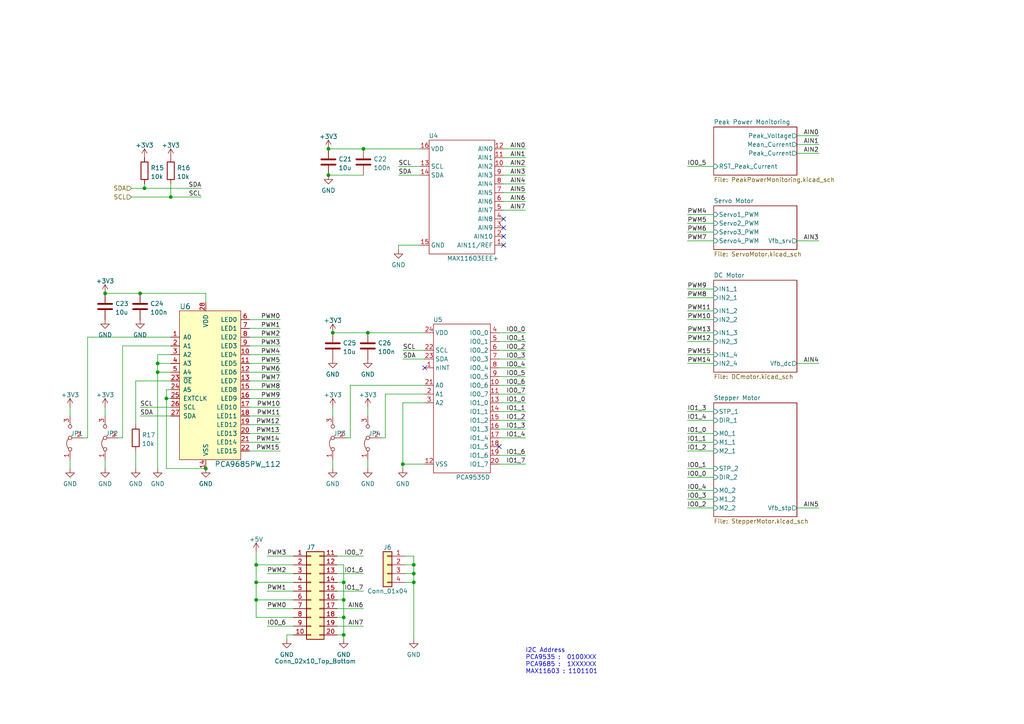
<source format=kicad_sch>
(kicad_sch (version 20211123) (generator eeschema)

  (uuid c9eb682e-86a2-4e12-ab71-6f0b3a04ba8c)

  (paper "A4")

  (lib_symbols
    (symbol "Connector_Generic:Conn_01x04" (pin_names (offset 1.016) hide) (in_bom yes) (on_board yes)
      (property "Reference" "J" (id 0) (at 0 5.08 0)
        (effects (font (size 1.27 1.27)))
      )
      (property "Value" "Conn_01x04" (id 1) (at 0 -7.62 0)
        (effects (font (size 1.27 1.27)))
      )
      (property "Footprint" "" (id 2) (at 0 0 0)
        (effects (font (size 1.27 1.27)) hide)
      )
      (property "Datasheet" "~" (id 3) (at 0 0 0)
        (effects (font (size 1.27 1.27)) hide)
      )
      (property "ki_keywords" "connector" (id 4) (at 0 0 0)
        (effects (font (size 1.27 1.27)) hide)
      )
      (property "ki_description" "Generic connector, single row, 01x04, script generated (kicad-library-utils/schlib/autogen/connector/)" (id 5) (at 0 0 0)
        (effects (font (size 1.27 1.27)) hide)
      )
      (property "ki_fp_filters" "Connector*:*_1x??_*" (id 6) (at 0 0 0)
        (effects (font (size 1.27 1.27)) hide)
      )
      (symbol "Conn_01x04_1_1"
        (rectangle (start -1.27 -4.953) (end 0 -5.207)
          (stroke (width 0.1524) (type default) (color 0 0 0 0))
          (fill (type none))
        )
        (rectangle (start -1.27 -2.413) (end 0 -2.667)
          (stroke (width 0.1524) (type default) (color 0 0 0 0))
          (fill (type none))
        )
        (rectangle (start -1.27 0.127) (end 0 -0.127)
          (stroke (width 0.1524) (type default) (color 0 0 0 0))
          (fill (type none))
        )
        (rectangle (start -1.27 2.667) (end 0 2.413)
          (stroke (width 0.1524) (type default) (color 0 0 0 0))
          (fill (type none))
        )
        (rectangle (start -1.27 3.81) (end 1.27 -6.35)
          (stroke (width 0.254) (type default) (color 0 0 0 0))
          (fill (type background))
        )
        (pin passive line (at -5.08 2.54 0) (length 3.81)
          (name "Pin_1" (effects (font (size 1.27 1.27))))
          (number "1" (effects (font (size 1.27 1.27))))
        )
        (pin passive line (at -5.08 0 0) (length 3.81)
          (name "Pin_2" (effects (font (size 1.27 1.27))))
          (number "2" (effects (font (size 1.27 1.27))))
        )
        (pin passive line (at -5.08 -2.54 0) (length 3.81)
          (name "Pin_3" (effects (font (size 1.27 1.27))))
          (number "3" (effects (font (size 1.27 1.27))))
        )
        (pin passive line (at -5.08 -5.08 0) (length 3.81)
          (name "Pin_4" (effects (font (size 1.27 1.27))))
          (number "4" (effects (font (size 1.27 1.27))))
        )
      )
    )
    (symbol "Connector_Generic:Conn_02x10_Top_Bottom" (pin_names (offset 1.016) hide) (in_bom yes) (on_board yes)
      (property "Reference" "J" (id 0) (at 1.27 12.7 0)
        (effects (font (size 1.27 1.27)))
      )
      (property "Value" "Conn_02x10_Top_Bottom" (id 1) (at 1.27 -15.24 0)
        (effects (font (size 1.27 1.27)))
      )
      (property "Footprint" "" (id 2) (at 0 0 0)
        (effects (font (size 1.27 1.27)) hide)
      )
      (property "Datasheet" "~" (id 3) (at 0 0 0)
        (effects (font (size 1.27 1.27)) hide)
      )
      (property "ki_keywords" "connector" (id 4) (at 0 0 0)
        (effects (font (size 1.27 1.27)) hide)
      )
      (property "ki_description" "Generic connector, double row, 02x10, top/bottom pin numbering scheme (row 1: 1...pins_per_row, row2: pins_per_row+1 ... num_pins), script generated (kicad-library-utils/schlib/autogen/connector/)" (id 5) (at 0 0 0)
        (effects (font (size 1.27 1.27)) hide)
      )
      (property "ki_fp_filters" "Connector*:*_2x??_*" (id 6) (at 0 0 0)
        (effects (font (size 1.27 1.27)) hide)
      )
      (symbol "Conn_02x10_Top_Bottom_1_1"
        (rectangle (start -1.27 -12.573) (end 0 -12.827)
          (stroke (width 0.1524) (type default) (color 0 0 0 0))
          (fill (type none))
        )
        (rectangle (start -1.27 -10.033) (end 0 -10.287)
          (stroke (width 0.1524) (type default) (color 0 0 0 0))
          (fill (type none))
        )
        (rectangle (start -1.27 -7.493) (end 0 -7.747)
          (stroke (width 0.1524) (type default) (color 0 0 0 0))
          (fill (type none))
        )
        (rectangle (start -1.27 -4.953) (end 0 -5.207)
          (stroke (width 0.1524) (type default) (color 0 0 0 0))
          (fill (type none))
        )
        (rectangle (start -1.27 -2.413) (end 0 -2.667)
          (stroke (width 0.1524) (type default) (color 0 0 0 0))
          (fill (type none))
        )
        (rectangle (start -1.27 0.127) (end 0 -0.127)
          (stroke (width 0.1524) (type default) (color 0 0 0 0))
          (fill (type none))
        )
        (rectangle (start -1.27 2.667) (end 0 2.413)
          (stroke (width 0.1524) (type default) (color 0 0 0 0))
          (fill (type none))
        )
        (rectangle (start -1.27 5.207) (end 0 4.953)
          (stroke (width 0.1524) (type default) (color 0 0 0 0))
          (fill (type none))
        )
        (rectangle (start -1.27 7.747) (end 0 7.493)
          (stroke (width 0.1524) (type default) (color 0 0 0 0))
          (fill (type none))
        )
        (rectangle (start -1.27 10.287) (end 0 10.033)
          (stroke (width 0.1524) (type default) (color 0 0 0 0))
          (fill (type none))
        )
        (rectangle (start -1.27 11.43) (end 3.81 -13.97)
          (stroke (width 0.254) (type default) (color 0 0 0 0))
          (fill (type background))
        )
        (rectangle (start 3.81 -12.573) (end 2.54 -12.827)
          (stroke (width 0.1524) (type default) (color 0 0 0 0))
          (fill (type none))
        )
        (rectangle (start 3.81 -10.033) (end 2.54 -10.287)
          (stroke (width 0.1524) (type default) (color 0 0 0 0))
          (fill (type none))
        )
        (rectangle (start 3.81 -7.493) (end 2.54 -7.747)
          (stroke (width 0.1524) (type default) (color 0 0 0 0))
          (fill (type none))
        )
        (rectangle (start 3.81 -4.953) (end 2.54 -5.207)
          (stroke (width 0.1524) (type default) (color 0 0 0 0))
          (fill (type none))
        )
        (rectangle (start 3.81 -2.413) (end 2.54 -2.667)
          (stroke (width 0.1524) (type default) (color 0 0 0 0))
          (fill (type none))
        )
        (rectangle (start 3.81 0.127) (end 2.54 -0.127)
          (stroke (width 0.1524) (type default) (color 0 0 0 0))
          (fill (type none))
        )
        (rectangle (start 3.81 2.667) (end 2.54 2.413)
          (stroke (width 0.1524) (type default) (color 0 0 0 0))
          (fill (type none))
        )
        (rectangle (start 3.81 5.207) (end 2.54 4.953)
          (stroke (width 0.1524) (type default) (color 0 0 0 0))
          (fill (type none))
        )
        (rectangle (start 3.81 7.747) (end 2.54 7.493)
          (stroke (width 0.1524) (type default) (color 0 0 0 0))
          (fill (type none))
        )
        (rectangle (start 3.81 10.287) (end 2.54 10.033)
          (stroke (width 0.1524) (type default) (color 0 0 0 0))
          (fill (type none))
        )
        (pin passive line (at -5.08 10.16 0) (length 3.81)
          (name "Pin_1" (effects (font (size 1.27 1.27))))
          (number "1" (effects (font (size 1.27 1.27))))
        )
        (pin passive line (at -5.08 -12.7 0) (length 3.81)
          (name "Pin_10" (effects (font (size 1.27 1.27))))
          (number "10" (effects (font (size 1.27 1.27))))
        )
        (pin passive line (at 7.62 10.16 180) (length 3.81)
          (name "Pin_11" (effects (font (size 1.27 1.27))))
          (number "11" (effects (font (size 1.27 1.27))))
        )
        (pin passive line (at 7.62 7.62 180) (length 3.81)
          (name "Pin_12" (effects (font (size 1.27 1.27))))
          (number "12" (effects (font (size 1.27 1.27))))
        )
        (pin passive line (at 7.62 5.08 180) (length 3.81)
          (name "Pin_13" (effects (font (size 1.27 1.27))))
          (number "13" (effects (font (size 1.27 1.27))))
        )
        (pin passive line (at 7.62 2.54 180) (length 3.81)
          (name "Pin_14" (effects (font (size 1.27 1.27))))
          (number "14" (effects (font (size 1.27 1.27))))
        )
        (pin passive line (at 7.62 0 180) (length 3.81)
          (name "Pin_15" (effects (font (size 1.27 1.27))))
          (number "15" (effects (font (size 1.27 1.27))))
        )
        (pin passive line (at 7.62 -2.54 180) (length 3.81)
          (name "Pin_16" (effects (font (size 1.27 1.27))))
          (number "16" (effects (font (size 1.27 1.27))))
        )
        (pin passive line (at 7.62 -5.08 180) (length 3.81)
          (name "Pin_17" (effects (font (size 1.27 1.27))))
          (number "17" (effects (font (size 1.27 1.27))))
        )
        (pin passive line (at 7.62 -7.62 180) (length 3.81)
          (name "Pin_18" (effects (font (size 1.27 1.27))))
          (number "18" (effects (font (size 1.27 1.27))))
        )
        (pin passive line (at 7.62 -10.16 180) (length 3.81)
          (name "Pin_19" (effects (font (size 1.27 1.27))))
          (number "19" (effects (font (size 1.27 1.27))))
        )
        (pin passive line (at -5.08 7.62 0) (length 3.81)
          (name "Pin_2" (effects (font (size 1.27 1.27))))
          (number "2" (effects (font (size 1.27 1.27))))
        )
        (pin passive line (at 7.62 -12.7 180) (length 3.81)
          (name "Pin_20" (effects (font (size 1.27 1.27))))
          (number "20" (effects (font (size 1.27 1.27))))
        )
        (pin passive line (at -5.08 5.08 0) (length 3.81)
          (name "Pin_3" (effects (font (size 1.27 1.27))))
          (number "3" (effects (font (size 1.27 1.27))))
        )
        (pin passive line (at -5.08 2.54 0) (length 3.81)
          (name "Pin_4" (effects (font (size 1.27 1.27))))
          (number "4" (effects (font (size 1.27 1.27))))
        )
        (pin passive line (at -5.08 0 0) (length 3.81)
          (name "Pin_5" (effects (font (size 1.27 1.27))))
          (number "5" (effects (font (size 1.27 1.27))))
        )
        (pin passive line (at -5.08 -2.54 0) (length 3.81)
          (name "Pin_6" (effects (font (size 1.27 1.27))))
          (number "6" (effects (font (size 1.27 1.27))))
        )
        (pin passive line (at -5.08 -5.08 0) (length 3.81)
          (name "Pin_7" (effects (font (size 1.27 1.27))))
          (number "7" (effects (font (size 1.27 1.27))))
        )
        (pin passive line (at -5.08 -7.62 0) (length 3.81)
          (name "Pin_8" (effects (font (size 1.27 1.27))))
          (number "8" (effects (font (size 1.27 1.27))))
        )
        (pin passive line (at -5.08 -10.16 0) (length 3.81)
          (name "Pin_9" (effects (font (size 1.27 1.27))))
          (number "9" (effects (font (size 1.27 1.27))))
        )
      )
    )
    (symbol "Device:C" (pin_numbers hide) (pin_names (offset 0.254)) (in_bom yes) (on_board yes)
      (property "Reference" "C" (id 0) (at 0.635 2.54 0)
        (effects (font (size 1.27 1.27)) (justify left))
      )
      (property "Value" "C" (id 1) (at 0.635 -2.54 0)
        (effects (font (size 1.27 1.27)) (justify left))
      )
      (property "Footprint" "" (id 2) (at 0.9652 -3.81 0)
        (effects (font (size 1.27 1.27)) hide)
      )
      (property "Datasheet" "~" (id 3) (at 0 0 0)
        (effects (font (size 1.27 1.27)) hide)
      )
      (property "ki_keywords" "cap capacitor" (id 4) (at 0 0 0)
        (effects (font (size 1.27 1.27)) hide)
      )
      (property "ki_description" "Unpolarized capacitor" (id 5) (at 0 0 0)
        (effects (font (size 1.27 1.27)) hide)
      )
      (property "ki_fp_filters" "C_*" (id 6) (at 0 0 0)
        (effects (font (size 1.27 1.27)) hide)
      )
      (symbol "C_0_1"
        (polyline
          (pts
            (xy -2.032 -0.762)
            (xy 2.032 -0.762)
          )
          (stroke (width 0.508) (type default) (color 0 0 0 0))
          (fill (type none))
        )
        (polyline
          (pts
            (xy -2.032 0.762)
            (xy 2.032 0.762)
          )
          (stroke (width 0.508) (type default) (color 0 0 0 0))
          (fill (type none))
        )
      )
      (symbol "C_1_1"
        (pin passive line (at 0 3.81 270) (length 2.794)
          (name "~" (effects (font (size 1.27 1.27))))
          (number "1" (effects (font (size 1.27 1.27))))
        )
        (pin passive line (at 0 -3.81 90) (length 2.794)
          (name "~" (effects (font (size 1.27 1.27))))
          (number "2" (effects (font (size 1.27 1.27))))
        )
      )
    )
    (symbol "Device:R" (pin_numbers hide) (pin_names (offset 0)) (in_bom yes) (on_board yes)
      (property "Reference" "R" (id 0) (at 2.032 0 90)
        (effects (font (size 1.27 1.27)))
      )
      (property "Value" "R" (id 1) (at 0 0 90)
        (effects (font (size 1.27 1.27)))
      )
      (property "Footprint" "" (id 2) (at -1.778 0 90)
        (effects (font (size 1.27 1.27)) hide)
      )
      (property "Datasheet" "~" (id 3) (at 0 0 0)
        (effects (font (size 1.27 1.27)) hide)
      )
      (property "ki_keywords" "R res resistor" (id 4) (at 0 0 0)
        (effects (font (size 1.27 1.27)) hide)
      )
      (property "ki_description" "Resistor" (id 5) (at 0 0 0)
        (effects (font (size 1.27 1.27)) hide)
      )
      (property "ki_fp_filters" "R_*" (id 6) (at 0 0 0)
        (effects (font (size 1.27 1.27)) hide)
      )
      (symbol "R_0_1"
        (rectangle (start -1.016 -2.54) (end 1.016 2.54)
          (stroke (width 0.254) (type default) (color 0 0 0 0))
          (fill (type none))
        )
      )
      (symbol "R_1_1"
        (pin passive line (at 0 3.81 270) (length 1.27)
          (name "~" (effects (font (size 1.27 1.27))))
          (number "1" (effects (font (size 1.27 1.27))))
        )
        (pin passive line (at 0 -3.81 90) (length 1.27)
          (name "~" (effects (font (size 1.27 1.27))))
          (number "2" (effects (font (size 1.27 1.27))))
        )
      )
    )
    (symbol "Jumper:Jumper_3_Bridged12" (pin_names (offset 0) hide) (in_bom yes) (on_board yes)
      (property "Reference" "JP" (id 0) (at -2.54 -2.54 0)
        (effects (font (size 1.27 1.27)))
      )
      (property "Value" "Jumper_3_Bridged12" (id 1) (at 0 2.794 0)
        (effects (font (size 1.27 1.27)))
      )
      (property "Footprint" "" (id 2) (at 0 0 0)
        (effects (font (size 1.27 1.27)) hide)
      )
      (property "Datasheet" "~" (id 3) (at 0 0 0)
        (effects (font (size 1.27 1.27)) hide)
      )
      (property "ki_keywords" "Jumper SPDT" (id 4) (at 0 0 0)
        (effects (font (size 1.27 1.27)) hide)
      )
      (property "ki_description" "Jumper, 3-pole, pins 1+2 closed/bridged" (id 5) (at 0 0 0)
        (effects (font (size 1.27 1.27)) hide)
      )
      (property "ki_fp_filters" "Jumper* TestPoint*3Pads* TestPoint*Bridge*" (id 6) (at 0 0 0)
        (effects (font (size 1.27 1.27)) hide)
      )
      (symbol "Jumper_3_Bridged12_0_0"
        (circle (center -3.302 0) (radius 0.508)
          (stroke (width 0) (type default) (color 0 0 0 0))
          (fill (type none))
        )
        (circle (center 0 0) (radius 0.508)
          (stroke (width 0) (type default) (color 0 0 0 0))
          (fill (type none))
        )
        (circle (center 3.302 0) (radius 0.508)
          (stroke (width 0) (type default) (color 0 0 0 0))
          (fill (type none))
        )
      )
      (symbol "Jumper_3_Bridged12_0_1"
        (arc (start -0.254 0.508) (mid -1.651 0.9912) (end -3.048 0.508)
          (stroke (width 0) (type default) (color 0 0 0 0))
          (fill (type none))
        )
        (polyline
          (pts
            (xy 0 -1.27)
            (xy 0 -0.508)
          )
          (stroke (width 0) (type default) (color 0 0 0 0))
          (fill (type none))
        )
      )
      (symbol "Jumper_3_Bridged12_1_1"
        (pin passive line (at -6.35 0 0) (length 2.54)
          (name "A" (effects (font (size 1.27 1.27))))
          (number "1" (effects (font (size 1.27 1.27))))
        )
        (pin passive line (at 0 -3.81 90) (length 2.54)
          (name "C" (effects (font (size 1.27 1.27))))
          (number "2" (effects (font (size 1.27 1.27))))
        )
        (pin passive line (at 6.35 0 180) (length 2.54)
          (name "B" (effects (font (size 1.27 1.27))))
          (number "3" (effects (font (size 1.27 1.27))))
        )
      )
    )
    (symbol "MASA:MAX11603EEE+" (in_bom yes) (on_board yes)
      (property "Reference" "U" (id 0) (at -8.89 17.78 0)
        (effects (font (size 1.27 1.27)))
      )
      (property "Value" "MAX11603EEE+" (id 1) (at 1.27 -17.78 0)
        (effects (font (size 1.27 1.27)))
      )
      (property "Footprint" "" (id 2) (at -12.7 3.81 0)
        (effects (font (size 1.27 1.27)) hide)
      )
      (property "Datasheet" "https://datasheets.maximintegrated.com/en/ds/MAX11600-MAX11605.pdf" (id 3) (at -12.7 3.81 0)
        (effects (font (size 1.27 1.27)) hide)
      )
      (symbol "MAX11603EEE+_0_1"
        (rectangle (start -10.16 16.51) (end 8.89 -16.51)
          (stroke (width 0.1524) (type default) (color 0 0 0 0))
          (fill (type none))
        )
      )
      (symbol "MAX11603EEE+_1_1"
        (pin input line (at 11.43 -13.97 180) (length 2.54)
          (name "AIN11/REF" (effects (font (size 1.27 1.27))))
          (number "1" (effects (font (size 1.27 1.27))))
        )
        (pin input line (at 11.43 8.89 180) (length 2.54)
          (name "AIN2" (effects (font (size 1.27 1.27))))
          (number "10" (effects (font (size 1.27 1.27))))
        )
        (pin input line (at 11.43 11.43 180) (length 2.54)
          (name "AIN1" (effects (font (size 1.27 1.27))))
          (number "11" (effects (font (size 1.27 1.27))))
        )
        (pin input line (at 11.43 13.97 180) (length 2.54)
          (name "AIN0" (effects (font (size 1.27 1.27))))
          (number "12" (effects (font (size 1.27 1.27))))
        )
        (pin bidirectional line (at -12.7 8.89 0) (length 2.54)
          (name "SCL" (effects (font (size 1.27 1.27))))
          (number "13" (effects (font (size 1.27 1.27))))
        )
        (pin bidirectional line (at -12.7 6.35 0) (length 2.54)
          (name "SDA" (effects (font (size 1.27 1.27))))
          (number "14" (effects (font (size 1.27 1.27))))
        )
        (pin power_in line (at -12.7 -13.97 0) (length 2.54)
          (name "GND" (effects (font (size 1.27 1.27))))
          (number "15" (effects (font (size 1.27 1.27))))
        )
        (pin power_in line (at -12.7 13.97 0) (length 2.54)
          (name "VDD" (effects (font (size 1.27 1.27))))
          (number "16" (effects (font (size 1.27 1.27))))
        )
        (pin input line (at 11.43 -11.43 180) (length 2.54)
          (name "AIN10" (effects (font (size 1.27 1.27))))
          (number "2" (effects (font (size 1.27 1.27))))
        )
        (pin input line (at 11.43 -8.89 180) (length 2.54)
          (name "AIN9" (effects (font (size 1.27 1.27))))
          (number "3" (effects (font (size 1.27 1.27))))
        )
        (pin input line (at 11.43 -6.35 180) (length 2.54)
          (name "AIN8" (effects (font (size 1.27 1.27))))
          (number "4" (effects (font (size 1.27 1.27))))
        )
        (pin input line (at 11.43 -3.81 180) (length 2.54)
          (name "AIN7" (effects (font (size 1.27 1.27))))
          (number "5" (effects (font (size 1.27 1.27))))
        )
        (pin input line (at 11.43 -1.27 180) (length 2.54)
          (name "AIN6" (effects (font (size 1.27 1.27))))
          (number "6" (effects (font (size 1.27 1.27))))
        )
        (pin input line (at 11.43 1.27 180) (length 2.54)
          (name "AIN5" (effects (font (size 1.27 1.27))))
          (number "7" (effects (font (size 1.27 1.27))))
        )
        (pin input line (at 11.43 3.81 180) (length 2.54)
          (name "AIN4" (effects (font (size 1.27 1.27))))
          (number "8" (effects (font (size 1.27 1.27))))
        )
        (pin input line (at 11.43 6.35 180) (length 2.54)
          (name "AIN3" (effects (font (size 1.27 1.27))))
          (number "9" (effects (font (size 1.27 1.27))))
        )
      )
    )
    (symbol "MASA:PCA9535D" (in_bom yes) (on_board yes)
      (property "Reference" "U" (id 0) (at -6.35 1.27 0)
        (effects (font (size 1.27 1.27)))
      )
      (property "Value" "PCA9535D" (id 1) (at 3.81 -44.45 0)
        (effects (font (size 1.27 1.27)))
      )
      (property "Footprint" "" (id 2) (at 0 0 0)
        (effects (font (size 1.27 1.27)) hide)
      )
      (property "Datasheet" "https://www.nxp.com/docs/en/data-sheet/PCA9535_PCA9535C.pdf" (id 3) (at 0 0 0)
        (effects (font (size 1.27 1.27)) hide)
      )
      (symbol "PCA9535D_0_1"
        (rectangle (start -7.62 0) (end 8.89 -43.18)
          (stroke (width 0.1524) (type default) (color 0 0 0 0))
          (fill (type none))
        )
      )
      (symbol "PCA9535D_1_1"
        (pin output line (at -10.16 -12.7 0) (length 2.54)
          (name "nINT" (effects (font (size 1.27 1.27))))
          (number "1" (effects (font (size 1.27 1.27))))
        )
        (pin bidirectional line (at 11.43 -17.78 180) (length 2.54)
          (name "IO0_6" (effects (font (size 1.27 1.27))))
          (number "10" (effects (font (size 1.27 1.27))))
        )
        (pin bidirectional line (at 11.43 -20.32 180) (length 2.54)
          (name "IO0_7" (effects (font (size 1.27 1.27))))
          (number "11" (effects (font (size 1.27 1.27))))
        )
        (pin power_in line (at -10.16 -40.64 0) (length 2.54)
          (name "VSS" (effects (font (size 1.27 1.27))))
          (number "12" (effects (font (size 1.27 1.27))))
        )
        (pin bidirectional line (at 11.43 -22.86 180) (length 2.54)
          (name "IO1_0" (effects (font (size 1.27 1.27))))
          (number "13" (effects (font (size 1.27 1.27))))
        )
        (pin bidirectional line (at 11.43 -25.4 180) (length 2.54)
          (name "IO1_1" (effects (font (size 1.27 1.27))))
          (number "14" (effects (font (size 1.27 1.27))))
        )
        (pin bidirectional line (at 11.43 -27.94 180) (length 2.54)
          (name "IO1_2" (effects (font (size 1.27 1.27))))
          (number "15" (effects (font (size 1.27 1.27))))
        )
        (pin bidirectional line (at 11.43 -30.48 180) (length 2.54)
          (name "IO1_3" (effects (font (size 1.27 1.27))))
          (number "16" (effects (font (size 1.27 1.27))))
        )
        (pin bidirectional line (at 11.43 -33.02 180) (length 2.54)
          (name "IO1_4" (effects (font (size 1.27 1.27))))
          (number "17" (effects (font (size 1.27 1.27))))
        )
        (pin bidirectional line (at 11.43 -35.56 180) (length 2.54)
          (name "IO1_5" (effects (font (size 1.27 1.27))))
          (number "18" (effects (font (size 1.27 1.27))))
        )
        (pin bidirectional line (at 11.43 -38.1 180) (length 2.54)
          (name "IO1_6" (effects (font (size 1.27 1.27))))
          (number "19" (effects (font (size 1.27 1.27))))
        )
        (pin passive line (at -10.16 -20.32 0) (length 2.54)
          (name "A1" (effects (font (size 1.27 1.27))))
          (number "2" (effects (font (size 1.27 1.27))))
        )
        (pin bidirectional line (at 11.43 -40.64 180) (length 2.54)
          (name "IO1_7" (effects (font (size 1.27 1.27))))
          (number "20" (effects (font (size 1.27 1.27))))
        )
        (pin passive line (at -10.16 -17.78 0) (length 2.54)
          (name "A0" (effects (font (size 1.27 1.27))))
          (number "21" (effects (font (size 1.27 1.27))))
        )
        (pin bidirectional line (at -10.16 -7.62 0) (length 2.54)
          (name "SCL" (effects (font (size 1.27 1.27))))
          (number "22" (effects (font (size 1.27 1.27))))
        )
        (pin bidirectional line (at -10.16 -10.16 0) (length 2.54)
          (name "SDA" (effects (font (size 1.27 1.27))))
          (number "23" (effects (font (size 1.27 1.27))))
        )
        (pin power_in line (at -10.16 -2.54 0) (length 2.54)
          (name "VDD" (effects (font (size 1.27 1.27))))
          (number "24" (effects (font (size 1.27 1.27))))
        )
        (pin passive line (at -10.16 -22.86 0) (length 2.54)
          (name "A2" (effects (font (size 1.27 1.27))))
          (number "3" (effects (font (size 1.27 1.27))))
        )
        (pin bidirectional line (at 11.43 -2.54 180) (length 2.54)
          (name "IO0_0" (effects (font (size 1.27 1.27))))
          (number "4" (effects (font (size 1.27 1.27))))
        )
        (pin bidirectional line (at 11.43 -5.08 180) (length 2.54)
          (name "IO0_1" (effects (font (size 1.27 1.27))))
          (number "5" (effects (font (size 1.27 1.27))))
        )
        (pin bidirectional line (at 11.43 -7.62 180) (length 2.54)
          (name "IO0_2" (effects (font (size 1.27 1.27))))
          (number "6" (effects (font (size 1.27 1.27))))
        )
        (pin bidirectional line (at 11.43 -10.16 180) (length 2.54)
          (name "IO0_3" (effects (font (size 1.27 1.27))))
          (number "7" (effects (font (size 1.27 1.27))))
        )
        (pin bidirectional line (at 11.43 -12.7 180) (length 2.54)
          (name "IO0_4" (effects (font (size 1.27 1.27))))
          (number "8" (effects (font (size 1.27 1.27))))
        )
        (pin bidirectional line (at 11.43 -15.24 180) (length 2.54)
          (name "IO0_5" (effects (font (size 1.27 1.27))))
          (number "9" (effects (font (size 1.27 1.27))))
        )
      )
    )
    (symbol "dk_PMIC-LED-Drivers:PCA9685PW_112" (pin_names (offset 1.016)) (in_bom yes) (on_board yes)
      (property "Reference" "U" (id 0) (at -7.62 21.336 0)
        (effects (font (size 1.524 1.524)) (justify right))
      )
      (property "Value" "PCA9685PW_112" (id 1) (at 0 0 90)
        (effects (font (size 1.524 1.524)))
      )
      (property "Footprint" "digikey-footprints:TSSOP-28_W4.40mm" (id 2) (at 5.08 5.08 0)
        (effects (font (size 1.524 1.524)) (justify left) hide)
      )
      (property "Datasheet" "https://www.nxp.com/docs/en/data-sheet/PCA9685.pdf" (id 3) (at 5.08 7.62 0)
        (effects (font (size 1.524 1.524)) (justify left) hide)
      )
      (property "Digi-Key_PN" "568-8366-5-ND" (id 4) (at 5.08 10.16 0)
        (effects (font (size 1.524 1.524)) (justify left) hide)
      )
      (property "MPN" "PCA9685PW,112" (id 5) (at 5.08 12.7 0)
        (effects (font (size 1.524 1.524)) (justify left) hide)
      )
      (property "Category" "Integrated Circuits (ICs)" (id 6) (at 5.08 15.24 0)
        (effects (font (size 1.524 1.524)) (justify left) hide)
      )
      (property "Family" "PMIC - LED Drivers" (id 7) (at 5.08 17.78 0)
        (effects (font (size 1.524 1.524)) (justify left) hide)
      )
      (property "DK_Datasheet_Link" "https://www.nxp.com/docs/en/data-sheet/PCA9685.pdf" (id 8) (at 5.08 20.32 0)
        (effects (font (size 1.524 1.524)) (justify left) hide)
      )
      (property "DK_Detail_Page" "/product-detail/en/nxp-usa-inc/PCA9685PW,112/568-8366-5-ND/2034324" (id 9) (at 5.08 22.86 0)
        (effects (font (size 1.524 1.524)) (justify left) hide)
      )
      (property "Description" "IC LED DRVR LIN DIM 25MA 28TSSOP" (id 10) (at 5.08 25.4 0)
        (effects (font (size 1.524 1.524)) (justify left) hide)
      )
      (property "Manufacturer" "NXP USA Inc." (id 11) (at 5.08 27.94 0)
        (effects (font (size 1.524 1.524)) (justify left) hide)
      )
      (property "Status" "Active" (id 12) (at 5.08 30.48 0)
        (effects (font (size 1.524 1.524)) (justify left) hide)
      )
      (property "ki_keywords" "568-8366-5-ND" (id 13) (at 0 0 0)
        (effects (font (size 1.27 1.27)) hide)
      )
      (property "ki_description" "IC LED DRVR LIN DIM 25MA 28TSSOP" (id 14) (at 0 0 0)
        (effects (font (size 1.27 1.27)) hide)
      )
      (symbol "PCA9685PW_112_0_1"
        (rectangle (start -10.16 20.32) (end 7.62 -22.86)
          (stroke (width 0) (type default) (color 0 0 0 0))
          (fill (type background))
        )
      )
      (symbol "PCA9685PW_112_1_1"
        (pin input line (at -12.7 12.7 0) (length 2.54)
          (name "A0" (effects (font (size 1.27 1.27))))
          (number "1" (effects (font (size 1.27 1.27))))
        )
        (pin power_out line (at 10.16 7.62 180) (length 2.54)
          (name "LED4" (effects (font (size 1.27 1.27))))
          (number "10" (effects (font (size 1.27 1.27))))
        )
        (pin power_out line (at 10.16 5.08 180) (length 2.54)
          (name "LED5" (effects (font (size 1.27 1.27))))
          (number "11" (effects (font (size 1.27 1.27))))
        )
        (pin power_out line (at 10.16 2.54 180) (length 2.54)
          (name "LED6" (effects (font (size 1.27 1.27))))
          (number "12" (effects (font (size 1.27 1.27))))
        )
        (pin power_out line (at 10.16 0 180) (length 2.54)
          (name "LED7" (effects (font (size 1.27 1.27))))
          (number "13" (effects (font (size 1.27 1.27))))
        )
        (pin power_in line (at -2.54 -25.4 90) (length 2.54)
          (name "VSS" (effects (font (size 1.27 1.27))))
          (number "14" (effects (font (size 1.27 1.27))))
        )
        (pin power_out line (at 10.16 -2.54 180) (length 2.54)
          (name "LED8" (effects (font (size 1.27 1.27))))
          (number "15" (effects (font (size 1.27 1.27))))
        )
        (pin power_out line (at 10.16 -5.08 180) (length 2.54)
          (name "LED9" (effects (font (size 1.27 1.27))))
          (number "16" (effects (font (size 1.27 1.27))))
        )
        (pin power_out line (at 10.16 -7.62 180) (length 2.54)
          (name "LED10" (effects (font (size 1.27 1.27))))
          (number "17" (effects (font (size 1.27 1.27))))
        )
        (pin power_out line (at 10.16 -10.16 180) (length 2.54)
          (name "LED11" (effects (font (size 1.27 1.27))))
          (number "18" (effects (font (size 1.27 1.27))))
        )
        (pin power_out line (at 10.16 -12.7 180) (length 2.54)
          (name "LED12" (effects (font (size 1.27 1.27))))
          (number "19" (effects (font (size 1.27 1.27))))
        )
        (pin input line (at -12.7 10.16 0) (length 2.54)
          (name "A1" (effects (font (size 1.27 1.27))))
          (number "2" (effects (font (size 1.27 1.27))))
        )
        (pin power_out line (at 10.16 -15.24 180) (length 2.54)
          (name "LED13" (effects (font (size 1.27 1.27))))
          (number "20" (effects (font (size 1.27 1.27))))
        )
        (pin power_out line (at 10.16 -17.78 180) (length 2.54)
          (name "LED14" (effects (font (size 1.27 1.27))))
          (number "21" (effects (font (size 1.27 1.27))))
        )
        (pin power_out line (at 10.16 -20.32 180) (length 2.54)
          (name "LED15" (effects (font (size 1.27 1.27))))
          (number "22" (effects (font (size 1.27 1.27))))
        )
        (pin input line (at -12.7 0 0) (length 2.54)
          (name "~{OE}" (effects (font (size 1.27 1.27))))
          (number "23" (effects (font (size 1.27 1.27))))
        )
        (pin input line (at -12.7 -2.54 0) (length 2.54)
          (name "A5" (effects (font (size 1.27 1.27))))
          (number "24" (effects (font (size 1.27 1.27))))
        )
        (pin input line (at -12.7 -5.08 0) (length 2.54)
          (name "EXTCLK" (effects (font (size 1.27 1.27))))
          (number "25" (effects (font (size 1.27 1.27))))
        )
        (pin input line (at -12.7 -7.62 0) (length 2.54)
          (name "SCL" (effects (font (size 1.27 1.27))))
          (number "26" (effects (font (size 1.27 1.27))))
        )
        (pin bidirectional line (at -12.7 -10.16 0) (length 2.54)
          (name "SDA" (effects (font (size 1.27 1.27))))
          (number "27" (effects (font (size 1.27 1.27))))
        )
        (pin power_in line (at -2.54 22.86 270) (length 2.54)
          (name "VDD" (effects (font (size 1.27 1.27))))
          (number "28" (effects (font (size 1.27 1.27))))
        )
        (pin input line (at -12.7 7.62 0) (length 2.54)
          (name "A2" (effects (font (size 1.27 1.27))))
          (number "3" (effects (font (size 1.27 1.27))))
        )
        (pin input line (at -12.7 5.08 0) (length 2.54)
          (name "A3" (effects (font (size 1.27 1.27))))
          (number "4" (effects (font (size 1.27 1.27))))
        )
        (pin input line (at -12.7 2.54 0) (length 2.54)
          (name "A4" (effects (font (size 1.27 1.27))))
          (number "5" (effects (font (size 1.27 1.27))))
        )
        (pin power_out line (at 10.16 17.78 180) (length 2.54)
          (name "LED0" (effects (font (size 1.27 1.27))))
          (number "6" (effects (font (size 1.27 1.27))))
        )
        (pin power_out line (at 10.16 15.24 180) (length 2.54)
          (name "LED1" (effects (font (size 1.27 1.27))))
          (number "7" (effects (font (size 1.27 1.27))))
        )
        (pin power_out line (at 10.16 12.7 180) (length 2.54)
          (name "LED2" (effects (font (size 1.27 1.27))))
          (number "8" (effects (font (size 1.27 1.27))))
        )
        (pin power_out line (at 10.16 10.16 180) (length 2.54)
          (name "LED3" (effects (font (size 1.27 1.27))))
          (number "9" (effects (font (size 1.27 1.27))))
        )
      )
    )
    (symbol "power:+3V3" (power) (pin_names (offset 0)) (in_bom yes) (on_board yes)
      (property "Reference" "#PWR" (id 0) (at 0 -3.81 0)
        (effects (font (size 1.27 1.27)) hide)
      )
      (property "Value" "+3V3" (id 1) (at 0 3.556 0)
        (effects (font (size 1.27 1.27)))
      )
      (property "Footprint" "" (id 2) (at 0 0 0)
        (effects (font (size 1.27 1.27)) hide)
      )
      (property "Datasheet" "" (id 3) (at 0 0 0)
        (effects (font (size 1.27 1.27)) hide)
      )
      (property "ki_keywords" "power-flag" (id 4) (at 0 0 0)
        (effects (font (size 1.27 1.27)) hide)
      )
      (property "ki_description" "Power symbol creates a global label with name \"+3V3\"" (id 5) (at 0 0 0)
        (effects (font (size 1.27 1.27)) hide)
      )
      (symbol "+3V3_0_1"
        (polyline
          (pts
            (xy -0.762 1.27)
            (xy 0 2.54)
          )
          (stroke (width 0) (type default) (color 0 0 0 0))
          (fill (type none))
        )
        (polyline
          (pts
            (xy 0 0)
            (xy 0 2.54)
          )
          (stroke (width 0) (type default) (color 0 0 0 0))
          (fill (type none))
        )
        (polyline
          (pts
            (xy 0 2.54)
            (xy 0.762 1.27)
          )
          (stroke (width 0) (type default) (color 0 0 0 0))
          (fill (type none))
        )
      )
      (symbol "+3V3_1_1"
        (pin power_in line (at 0 0 90) (length 0) hide
          (name "+3V3" (effects (font (size 1.27 1.27))))
          (number "1" (effects (font (size 1.27 1.27))))
        )
      )
    )
    (symbol "power:+5V" (power) (pin_names (offset 0)) (in_bom yes) (on_board yes)
      (property "Reference" "#PWR" (id 0) (at 0 -3.81 0)
        (effects (font (size 1.27 1.27)) hide)
      )
      (property "Value" "+5V" (id 1) (at 0 3.556 0)
        (effects (font (size 1.27 1.27)))
      )
      (property "Footprint" "" (id 2) (at 0 0 0)
        (effects (font (size 1.27 1.27)) hide)
      )
      (property "Datasheet" "" (id 3) (at 0 0 0)
        (effects (font (size 1.27 1.27)) hide)
      )
      (property "ki_keywords" "power-flag" (id 4) (at 0 0 0)
        (effects (font (size 1.27 1.27)) hide)
      )
      (property "ki_description" "Power symbol creates a global label with name \"+5V\"" (id 5) (at 0 0 0)
        (effects (font (size 1.27 1.27)) hide)
      )
      (symbol "+5V_0_1"
        (polyline
          (pts
            (xy -0.762 1.27)
            (xy 0 2.54)
          )
          (stroke (width 0) (type default) (color 0 0 0 0))
          (fill (type none))
        )
        (polyline
          (pts
            (xy 0 0)
            (xy 0 2.54)
          )
          (stroke (width 0) (type default) (color 0 0 0 0))
          (fill (type none))
        )
        (polyline
          (pts
            (xy 0 2.54)
            (xy 0.762 1.27)
          )
          (stroke (width 0) (type default) (color 0 0 0 0))
          (fill (type none))
        )
      )
      (symbol "+5V_1_1"
        (pin power_in line (at 0 0 90) (length 0) hide
          (name "+5V" (effects (font (size 1.27 1.27))))
          (number "1" (effects (font (size 1.27 1.27))))
        )
      )
    )
    (symbol "power:GND" (power) (pin_names (offset 0)) (in_bom yes) (on_board yes)
      (property "Reference" "#PWR" (id 0) (at 0 -6.35 0)
        (effects (font (size 1.27 1.27)) hide)
      )
      (property "Value" "GND" (id 1) (at 0 -3.81 0)
        (effects (font (size 1.27 1.27)))
      )
      (property "Footprint" "" (id 2) (at 0 0 0)
        (effects (font (size 1.27 1.27)) hide)
      )
      (property "Datasheet" "" (id 3) (at 0 0 0)
        (effects (font (size 1.27 1.27)) hide)
      )
      (property "ki_keywords" "power-flag" (id 4) (at 0 0 0)
        (effects (font (size 1.27 1.27)) hide)
      )
      (property "ki_description" "Power symbol creates a global label with name \"GND\" , ground" (id 5) (at 0 0 0)
        (effects (font (size 1.27 1.27)) hide)
      )
      (symbol "GND_0_1"
        (polyline
          (pts
            (xy 0 0)
            (xy 0 -1.27)
            (xy 1.27 -1.27)
            (xy 0 -2.54)
            (xy -1.27 -1.27)
            (xy 0 -1.27)
          )
          (stroke (width 0) (type default) (color 0 0 0 0))
          (fill (type none))
        )
      )
      (symbol "GND_1_1"
        (pin power_in line (at 0 0 270) (length 0) hide
          (name "GND" (effects (font (size 1.27 1.27))))
          (number "1" (effects (font (size 1.27 1.27))))
        )
      )
    )
  )

  (junction (at 105.41 43.18) (diameter 0) (color 0 0 0 0)
    (uuid 01c639bc-a2a8-4c69-a246-3b93bf561e3a)
  )
  (junction (at 45.72 105.41) (diameter 0) (color 0 0 0 0)
    (uuid 0f612a83-c2fb-4f6b-8b6b-4c4a4c3a8e8d)
  )
  (junction (at 49.53 57.15) (diameter 0) (color 0 0 0 0)
    (uuid 1b8eb6bc-a1c5-46f7-97b6-3ee2afe0e2c7)
  )
  (junction (at 74.295 163.83) (diameter 0) (color 0 0 0 0)
    (uuid 20fa4638-2e7b-4200-9a4a-6ea14a3a790c)
  )
  (junction (at 120.015 166.37) (diameter 0) (color 0 0 0 0)
    (uuid 2f02f26b-1634-4325-9093-b80f70a4fa04)
  )
  (junction (at 48.26 115.57) (diameter 0) (color 0 0 0 0)
    (uuid 47dc2b04-19b1-4d05-bc1c-60c4be22d6d5)
  )
  (junction (at 99.695 179.07) (diameter 0) (color 0 0 0 0)
    (uuid 4c085a6f-5212-4366-b07d-5917e5a98a1e)
  )
  (junction (at 95.25 43.18) (diameter 0) (color 0 0 0 0)
    (uuid 4e68a13b-0599-404a-a23b-a6f50890d66e)
  )
  (junction (at 116.84 134.62) (diameter 0) (color 0 0 0 0)
    (uuid 6113905b-b3df-4ddd-bde2-07d4eacb0a0e)
  )
  (junction (at 40.64 85.09) (diameter 0) (color 0 0 0 0)
    (uuid 66004a06-b12a-4b1a-af58-cf9c2b5b8db8)
  )
  (junction (at 30.48 85.09) (diameter 0) (color 0 0 0 0)
    (uuid 668ede7c-3127-496e-ae81-346db88bcc00)
  )
  (junction (at 41.91 54.61) (diameter 0) (color 0 0 0 0)
    (uuid 6a4acb5e-45da-495a-b2a3-60380bc35d2b)
  )
  (junction (at 74.295 168.91) (diameter 0) (color 0 0 0 0)
    (uuid 6b8c2906-cf2b-4819-b449-1a40b936a4b5)
  )
  (junction (at 99.695 173.99) (diameter 0) (color 0 0 0 0)
    (uuid 791c2dd6-bc81-42dd-9cc6-701392bb5741)
  )
  (junction (at 120.015 168.91) (diameter 0) (color 0 0 0 0)
    (uuid 7ae58cb8-58df-4e0a-9b33-acba1b56f86e)
  )
  (junction (at 120.015 163.83) (diameter 0) (color 0 0 0 0)
    (uuid 87e30d5c-db19-4087-8304-dfd0f8e6f5fc)
  )
  (junction (at 99.695 184.15) (diameter 0) (color 0 0 0 0)
    (uuid 8b0e4b2a-f759-4496-8404-5fa8c1408a90)
  )
  (junction (at 45.72 107.95) (diameter 0) (color 0 0 0 0)
    (uuid 9b79434b-b019-4b8d-b8c8-a577033b42a7)
  )
  (junction (at 59.69 135.89) (diameter 0) (color 0 0 0 0)
    (uuid a4d53163-8a84-4e2f-acf9-f9c743019b4a)
  )
  (junction (at 95.25 50.8) (diameter 0) (color 0 0 0 0)
    (uuid a8f4b289-c3c3-4e9c-941d-ca403787b0c8)
  )
  (junction (at 99.695 168.91) (diameter 0) (color 0 0 0 0)
    (uuid baccde9e-1dc7-4daf-b722-45c0a3ce9b3a)
  )
  (junction (at 96.52 96.52) (diameter 0) (color 0 0 0 0)
    (uuid d2f7c5fc-d436-4382-8890-43911236a87d)
  )
  (junction (at 74.295 173.99) (diameter 0) (color 0 0 0 0)
    (uuid d6ad00c6-6983-452b-9aaf-b8b7b4998b66)
  )
  (junction (at 106.68 96.52) (diameter 0) (color 0 0 0 0)
    (uuid f961c12d-99e9-4bad-b411-8c8d8e2f5007)
  )

  (no_connect (at 144.78 129.54) (uuid 412d6c55-0694-46ed-92d2-de33013b3fe4))
  (no_connect (at 123.19 106.68) (uuid 7b2d83c2-4cfa-4400-a732-d53a0a98fe9e))
  (no_connect (at 146.05 71.12) (uuid 87cfdac4-af2c-4cd9-92c7-5f16bff670a5))
  (no_connect (at 146.05 66.04) (uuid 87cfdac4-af2c-4cd9-92c7-5f16bff670a6))
  (no_connect (at 146.05 68.58) (uuid 87cfdac4-af2c-4cd9-92c7-5f16bff670a7))
  (no_connect (at 146.05 63.5) (uuid 87cfdac4-af2c-4cd9-92c7-5f16bff670a8))

  (wire (pts (xy 115.57 50.8) (xy 121.92 50.8))
    (stroke (width 0) (type default) (color 0 0 0 0))
    (uuid 0090fe05-5439-4e77-8c82-1640c77f3094)
  )
  (wire (pts (xy 144.78 111.76) (xy 152.4 111.76))
    (stroke (width 0) (type default) (color 0 0 0 0))
    (uuid 012acc8c-9bb5-401e-8ead-98678684a457)
  )
  (wire (pts (xy 144.78 106.68) (xy 152.4 106.68))
    (stroke (width 0) (type default) (color 0 0 0 0))
    (uuid 01fff944-39e1-45ff-a8d9-ddd54185184e)
  )
  (wire (pts (xy 97.79 173.99) (xy 99.695 173.99))
    (stroke (width 0) (type default) (color 0 0 0 0))
    (uuid 02299c14-a256-4d69-910c-6ca4636ea718)
  )
  (wire (pts (xy 48.26 113.03) (xy 48.26 115.57))
    (stroke (width 0) (type default) (color 0 0 0 0))
    (uuid 02337cab-7a79-4004-8c24-1725576409f4)
  )
  (wire (pts (xy 117.475 163.83) (xy 120.015 163.83))
    (stroke (width 0) (type default) (color 0 0 0 0))
    (uuid 02960f9e-33ef-4c9e-ace7-d123172bf620)
  )
  (wire (pts (xy 45.72 105.41) (xy 45.72 102.87))
    (stroke (width 0) (type default) (color 0 0 0 0))
    (uuid 03a8e439-4b15-4e3b-9372-daf58ef59509)
  )
  (wire (pts (xy 45.72 107.95) (xy 45.72 105.41))
    (stroke (width 0) (type default) (color 0 0 0 0))
    (uuid 04abd3c0-0521-46c3-b358-cd5ee0908115)
  )
  (wire (pts (xy 49.53 105.41) (xy 45.72 105.41))
    (stroke (width 0) (type default) (color 0 0 0 0))
    (uuid 06107798-69c7-4c00-b07e-e073d54ad6eb)
  )
  (wire (pts (xy 96.52 135.89) (xy 96.52 133.35))
    (stroke (width 0) (type default) (color 0 0 0 0))
    (uuid 06e18385-90f3-444d-819f-cfe8a9ed88f5)
  )
  (wire (pts (xy 111.76 114.3) (xy 111.76 127))
    (stroke (width 0) (type default) (color 0 0 0 0))
    (uuid 07f78989-796e-4ed2-80d2-3e112a0b3d5c)
  )
  (wire (pts (xy 74.295 163.83) (xy 74.295 168.91))
    (stroke (width 0) (type default) (color 0 0 0 0))
    (uuid 07fcf5c0-1288-4818-aebb-e55ed0e3f7cd)
  )
  (wire (pts (xy 199.39 135.89) (xy 207.01 135.89))
    (stroke (width 0) (type default) (color 0 0 0 0))
    (uuid 0baa9958-0288-4bba-9b68-16ef5f93db03)
  )
  (wire (pts (xy 41.91 54.61) (xy 58.42 54.61))
    (stroke (width 0) (type default) (color 0 0 0 0))
    (uuid 0c56de56-ec23-4752-81c5-8ca93da9ee85)
  )
  (wire (pts (xy 49.53 107.95) (xy 45.72 107.95))
    (stroke (width 0) (type default) (color 0 0 0 0))
    (uuid 0e7025f2-162b-4a90-be76-f4ca457be3d6)
  )
  (wire (pts (xy 77.47 161.29) (xy 85.09 161.29))
    (stroke (width 0) (type default) (color 0 0 0 0))
    (uuid 1447d2c5-bd9f-4ea9-b572-847b94d1bc8b)
  )
  (wire (pts (xy 199.39 96.52) (xy 207.01 96.52))
    (stroke (width 0) (type default) (color 0 0 0 0))
    (uuid 153892be-ca19-4193-abd9-a5e5b0e437e3)
  )
  (wire (pts (xy 144.78 109.22) (xy 152.4 109.22))
    (stroke (width 0) (type default) (color 0 0 0 0))
    (uuid 164c7a85-fe9f-4e3e-9a6c-233434938d48)
  )
  (wire (pts (xy 99.695 168.91) (xy 99.695 163.83))
    (stroke (width 0) (type default) (color 0 0 0 0))
    (uuid 1bf760df-6cdf-4ee5-aa3d-ae01a76a24ad)
  )
  (wire (pts (xy 199.39 128.27) (xy 207.01 128.27))
    (stroke (width 0) (type default) (color 0 0 0 0))
    (uuid 1cb68e83-ba77-4ceb-9384-52f9006bde0e)
  )
  (wire (pts (xy 48.26 135.89) (xy 59.69 135.89))
    (stroke (width 0) (type default) (color 0 0 0 0))
    (uuid 21052570-9591-416a-a7d5-2dd28f741a75)
  )
  (wire (pts (xy 40.64 85.09) (xy 59.69 85.09))
    (stroke (width 0) (type default) (color 0 0 0 0))
    (uuid 21856325-5304-4b49-af96-68718baff6d0)
  )
  (wire (pts (xy 45.72 135.89) (xy 45.72 107.95))
    (stroke (width 0) (type default) (color 0 0 0 0))
    (uuid 221e94f9-233a-4774-91a6-28f0c92a78b7)
  )
  (wire (pts (xy 72.39 100.33) (xy 81.28 100.33))
    (stroke (width 0) (type default) (color 0 0 0 0))
    (uuid 22de7896-ee70-4c7f-a0d8-df359a0a53b6)
  )
  (wire (pts (xy 144.78 124.46) (xy 152.4 124.46))
    (stroke (width 0) (type default) (color 0 0 0 0))
    (uuid 22e6af10-c884-4421-ab70-f4b814532d6e)
  )
  (wire (pts (xy 97.79 166.37) (xy 105.41 166.37))
    (stroke (width 0) (type default) (color 0 0 0 0))
    (uuid 23f7d655-37d5-4d36-aa57-f0b8e78c0996)
  )
  (wire (pts (xy 144.78 116.84) (xy 152.4 116.84))
    (stroke (width 0) (type default) (color 0 0 0 0))
    (uuid 26ac512b-ce87-465b-88bb-e42a846d63d8)
  )
  (wire (pts (xy 146.05 60.96) (xy 152.4 60.96))
    (stroke (width 0) (type default) (color 0 0 0 0))
    (uuid 26c35118-2363-4b02-9649-7ff6f315e734)
  )
  (wire (pts (xy 111.76 127) (xy 110.49 127))
    (stroke (width 0) (type default) (color 0 0 0 0))
    (uuid 2b3f8242-64fa-4b81-be1c-06259762fafc)
  )
  (wire (pts (xy 144.78 134.62) (xy 152.4 134.62))
    (stroke (width 0) (type default) (color 0 0 0 0))
    (uuid 2bc082f3-94e3-4ff2-9820-98e1a20ee8b5)
  )
  (wire (pts (xy 35.56 100.33) (xy 35.56 127))
    (stroke (width 0) (type default) (color 0 0 0 0))
    (uuid 2bd5c6a8-34ea-4dfe-8ffe-be4c0aa7c454)
  )
  (wire (pts (xy 115.57 71.12) (xy 121.92 71.12))
    (stroke (width 0) (type default) (color 0 0 0 0))
    (uuid 2cae4dbe-5801-4f5f-add6-81ae08c4d218)
  )
  (wire (pts (xy 199.39 121.92) (xy 207.01 121.92))
    (stroke (width 0) (type default) (color 0 0 0 0))
    (uuid 2cef97a5-fd3d-4979-a610-61de759abd32)
  )
  (wire (pts (xy 25.4 127) (xy 25.4 97.79))
    (stroke (width 0) (type default) (color 0 0 0 0))
    (uuid 3073605d-01b0-4a49-8b77-289444572f37)
  )
  (wire (pts (xy 101.6 127) (xy 100.33 127))
    (stroke (width 0) (type default) (color 0 0 0 0))
    (uuid 365de003-7837-4daa-a732-9551fa133706)
  )
  (wire (pts (xy 231.14 41.91) (xy 237.49 41.91))
    (stroke (width 0) (type default) (color 0 0 0 0))
    (uuid 3799f957-7e4f-49ad-a287-8730da854615)
  )
  (wire (pts (xy 72.39 97.79) (xy 81.28 97.79))
    (stroke (width 0) (type default) (color 0 0 0 0))
    (uuid 37c25a55-7650-4c75-9347-9e31ca4ffc4a)
  )
  (wire (pts (xy 120.015 168.91) (xy 120.015 166.37))
    (stroke (width 0) (type default) (color 0 0 0 0))
    (uuid 3a5874ce-58ea-45ef-abae-175564646f95)
  )
  (wire (pts (xy 72.39 92.71) (xy 81.28 92.71))
    (stroke (width 0) (type default) (color 0 0 0 0))
    (uuid 3a8aaeb7-3930-4752-b346-6af04b2e753c)
  )
  (wire (pts (xy 74.295 173.99) (xy 74.295 179.07))
    (stroke (width 0) (type default) (color 0 0 0 0))
    (uuid 3cf76a2e-f043-4c9c-b270-dc17661046ce)
  )
  (wire (pts (xy 199.39 119.38) (xy 207.01 119.38))
    (stroke (width 0) (type default) (color 0 0 0 0))
    (uuid 420cd814-5c73-48c2-8846-b232ac5efdd4)
  )
  (wire (pts (xy 106.68 135.89) (xy 106.68 133.35))
    (stroke (width 0) (type default) (color 0 0 0 0))
    (uuid 43af8b4b-c808-4f46-8a0e-aded3b09d65c)
  )
  (wire (pts (xy 97.79 181.61) (xy 105.41 181.61))
    (stroke (width 0) (type default) (color 0 0 0 0))
    (uuid 4691aa74-ba18-4f94-9b9a-4dcf691e1ede)
  )
  (wire (pts (xy 116.84 134.62) (xy 123.19 134.62))
    (stroke (width 0) (type default) (color 0 0 0 0))
    (uuid 48a3246c-5b69-4b14-9200-705e6905c9e8)
  )
  (wire (pts (xy 72.39 118.11) (xy 81.28 118.11))
    (stroke (width 0) (type default) (color 0 0 0 0))
    (uuid 4a96cf41-195a-4990-9f58-589aa17127ba)
  )
  (wire (pts (xy 99.695 179.07) (xy 99.695 184.15))
    (stroke (width 0) (type default) (color 0 0 0 0))
    (uuid 4adc1b10-7bda-483c-9b30-289b065cc932)
  )
  (wire (pts (xy 120.015 168.91) (xy 120.015 185.42))
    (stroke (width 0) (type default) (color 0 0 0 0))
    (uuid 4af6d1a7-0036-4c25-9d6e-26e3d57ddeb7)
  )
  (wire (pts (xy 199.39 92.71) (xy 207.01 92.71))
    (stroke (width 0) (type default) (color 0 0 0 0))
    (uuid 4cad4676-9722-40ab-b34c-52cce57b8735)
  )
  (wire (pts (xy 30.48 135.89) (xy 30.48 133.35))
    (stroke (width 0) (type default) (color 0 0 0 0))
    (uuid 4df45798-917e-4fcd-ace1-87fb8253b1e3)
  )
  (wire (pts (xy 144.78 114.3) (xy 152.4 114.3))
    (stroke (width 0) (type default) (color 0 0 0 0))
    (uuid 4f73b6d9-5bae-4893-9643-0b6ba208cbfb)
  )
  (wire (pts (xy 74.295 168.91) (xy 74.295 173.99))
    (stroke (width 0) (type default) (color 0 0 0 0))
    (uuid 502a2f14-65a0-4350-86cc-5e8ae0262dd6)
  )
  (wire (pts (xy 144.78 96.52) (xy 152.4 96.52))
    (stroke (width 0) (type default) (color 0 0 0 0))
    (uuid 50738830-dc91-4f9a-83a1-6ed4a596fa90)
  )
  (wire (pts (xy 144.78 119.38) (xy 152.4 119.38))
    (stroke (width 0) (type default) (color 0 0 0 0))
    (uuid 5698b0b1-de6f-47b5-a85c-7e1d3cb2b879)
  )
  (wire (pts (xy 72.39 115.57) (xy 81.28 115.57))
    (stroke (width 0) (type default) (color 0 0 0 0))
    (uuid 578fdf3e-46e5-4c59-b29d-80f9e3d1eab5)
  )
  (wire (pts (xy 117.475 168.91) (xy 120.015 168.91))
    (stroke (width 0) (type default) (color 0 0 0 0))
    (uuid 593630a1-f393-4052-b0cb-0ada2678d277)
  )
  (wire (pts (xy 146.05 55.88) (xy 152.4 55.88))
    (stroke (width 0) (type default) (color 0 0 0 0))
    (uuid 594ce046-b8a7-4623-a37d-c40d24d53299)
  )
  (wire (pts (xy 117.475 166.37) (xy 120.015 166.37))
    (stroke (width 0) (type default) (color 0 0 0 0))
    (uuid 599a3506-3e43-4e60-8b1e-d51ff5fdc1f4)
  )
  (wire (pts (xy 35.56 127) (xy 34.29 127))
    (stroke (width 0) (type default) (color 0 0 0 0))
    (uuid 5d0c1b21-d222-413d-8544-d1fa0872859d)
  )
  (wire (pts (xy 199.39 69.85) (xy 207.01 69.85))
    (stroke (width 0) (type default) (color 0 0 0 0))
    (uuid 5d0fca3d-554c-410b-9219-42faae8472f8)
  )
  (wire (pts (xy 49.53 115.57) (xy 48.26 115.57))
    (stroke (width 0) (type default) (color 0 0 0 0))
    (uuid 5d4c453f-4fdc-4d7f-9fc9-31229ff2e2d0)
  )
  (wire (pts (xy 146.05 53.34) (xy 152.4 53.34))
    (stroke (width 0) (type default) (color 0 0 0 0))
    (uuid 5df30942-e489-4e64-8469-f37aac2b6b07)
  )
  (wire (pts (xy 146.05 50.8) (xy 152.4 50.8))
    (stroke (width 0) (type default) (color 0 0 0 0))
    (uuid 6057d289-6656-4e88-8db1-564b3b63f86a)
  )
  (wire (pts (xy 199.39 83.82) (xy 207.01 83.82))
    (stroke (width 0) (type default) (color 0 0 0 0))
    (uuid 629611f2-5f2a-48f0-b27f-83fe8e46eaad)
  )
  (wire (pts (xy 49.53 102.87) (xy 45.72 102.87))
    (stroke (width 0) (type default) (color 0 0 0 0))
    (uuid 645323ce-9f8d-4800-b8c1-0e2b19074a6f)
  )
  (wire (pts (xy 199.39 62.23) (xy 207.01 62.23))
    (stroke (width 0) (type default) (color 0 0 0 0))
    (uuid 64d36747-d848-4c43-b37e-3ebaa75bb5b9)
  )
  (wire (pts (xy 72.39 102.87) (xy 81.28 102.87))
    (stroke (width 0) (type default) (color 0 0 0 0))
    (uuid 66f1d3c8-7169-48b2-9dca-d8a2cee445b4)
  )
  (wire (pts (xy 96.52 96.52) (xy 106.68 96.52))
    (stroke (width 0) (type default) (color 0 0 0 0))
    (uuid 6737fca6-56bd-474d-ab8a-ad7696ee1b09)
  )
  (wire (pts (xy 72.39 95.25) (xy 81.28 95.25))
    (stroke (width 0) (type default) (color 0 0 0 0))
    (uuid 686b439b-6123-43c2-906f-8110d7b7876b)
  )
  (wire (pts (xy 231.14 69.85) (xy 237.49 69.85))
    (stroke (width 0) (type default) (color 0 0 0 0))
    (uuid 6b9f09ce-fa45-42f0-b3fb-6f50a55bc267)
  )
  (wire (pts (xy 120.015 163.83) (xy 120.015 161.29))
    (stroke (width 0) (type default) (color 0 0 0 0))
    (uuid 6c2f5fa3-95c5-448b-8e4b-7300da1d2d80)
  )
  (wire (pts (xy 83.185 184.15) (xy 83.185 185.42))
    (stroke (width 0) (type default) (color 0 0 0 0))
    (uuid 6c57cfec-1aea-4b02-882e-7c3b11491323)
  )
  (wire (pts (xy 49.53 113.03) (xy 48.26 113.03))
    (stroke (width 0) (type default) (color 0 0 0 0))
    (uuid 6dcf17a7-884b-4f4a-9446-b506382eef00)
  )
  (wire (pts (xy 74.295 160.02) (xy 74.295 163.83))
    (stroke (width 0) (type default) (color 0 0 0 0))
    (uuid 6fd2ccce-4d9f-4eba-bf94-09e37d8b3c07)
  )
  (wire (pts (xy 199.39 147.32) (xy 207.01 147.32))
    (stroke (width 0) (type default) (color 0 0 0 0))
    (uuid 7258ae27-d580-474f-960d-cdb85e0e0129)
  )
  (wire (pts (xy 97.79 168.91) (xy 99.695 168.91))
    (stroke (width 0) (type default) (color 0 0 0 0))
    (uuid 74a7629b-8786-4b12-b795-b83606751c4b)
  )
  (wire (pts (xy 97.79 171.45) (xy 105.41 171.45))
    (stroke (width 0) (type default) (color 0 0 0 0))
    (uuid 75d68090-fe11-4ad4-9ef5-d69f804a3de5)
  )
  (wire (pts (xy 231.14 39.37) (xy 237.49 39.37))
    (stroke (width 0) (type default) (color 0 0 0 0))
    (uuid 7681ef2a-a4b5-468f-ac56-47ff9b7df215)
  )
  (wire (pts (xy 106.68 120.65) (xy 106.68 118.11))
    (stroke (width 0) (type default) (color 0 0 0 0))
    (uuid 77afd227-5d82-4238-86c3-361888b83bad)
  )
  (wire (pts (xy 97.79 179.07) (xy 99.695 179.07))
    (stroke (width 0) (type default) (color 0 0 0 0))
    (uuid 79954696-3436-4f01-91fb-4063d5a08e8d)
  )
  (wire (pts (xy 20.32 120.65) (xy 20.32 118.11))
    (stroke (width 0) (type default) (color 0 0 0 0))
    (uuid 7a8b71e7-b02f-4a05-a62f-51a0e15e9fb5)
  )
  (wire (pts (xy 77.47 166.37) (xy 85.09 166.37))
    (stroke (width 0) (type default) (color 0 0 0 0))
    (uuid 7aeb24dc-28d5-42c1-9441-fde3450fd057)
  )
  (wire (pts (xy 116.84 116.84) (xy 123.19 116.84))
    (stroke (width 0) (type default) (color 0 0 0 0))
    (uuid 7b417404-7df9-43a9-80a9-e21918f8489c)
  )
  (wire (pts (xy 199.39 142.24) (xy 207.01 142.24))
    (stroke (width 0) (type default) (color 0 0 0 0))
    (uuid 7ef057f6-3378-4e06-b65a-c39c0fe6ee81)
  )
  (wire (pts (xy 95.25 50.8) (xy 105.41 50.8))
    (stroke (width 0) (type default) (color 0 0 0 0))
    (uuid 805cf723-e6f0-4527-8d3a-5459240b6122)
  )
  (wire (pts (xy 85.09 184.15) (xy 83.185 184.15))
    (stroke (width 0) (type default) (color 0 0 0 0))
    (uuid 825e82a9-2914-4d39-a934-67cb627abff8)
  )
  (wire (pts (xy 40.64 118.11) (xy 49.53 118.11))
    (stroke (width 0) (type default) (color 0 0 0 0))
    (uuid 82ea093e-4998-40e3-8f71-a257049ad088)
  )
  (wire (pts (xy 38.1 54.61) (xy 41.91 54.61))
    (stroke (width 0) (type default) (color 0 0 0 0))
    (uuid 83727b96-6791-4bd9-aebb-da463935b80c)
  )
  (wire (pts (xy 144.78 132.08) (xy 152.4 132.08))
    (stroke (width 0) (type default) (color 0 0 0 0))
    (uuid 83754b14-f93a-4e8c-98c3-f7b8183dbc34)
  )
  (wire (pts (xy 116.84 104.14) (xy 123.19 104.14))
    (stroke (width 0) (type default) (color 0 0 0 0))
    (uuid 839c2ffa-9f64-4666-b04c-eee27b37df2c)
  )
  (wire (pts (xy 111.76 114.3) (xy 123.19 114.3))
    (stroke (width 0) (type default) (color 0 0 0 0))
    (uuid 84d34b32-142c-4d95-ac0b-aeb0baf69c87)
  )
  (wire (pts (xy 116.84 135.89) (xy 116.84 134.62))
    (stroke (width 0) (type default) (color 0 0 0 0))
    (uuid 859c1d33-689d-49b1-9d58-87f2db05d1ce)
  )
  (wire (pts (xy 39.37 130.81) (xy 39.37 135.89))
    (stroke (width 0) (type default) (color 0 0 0 0))
    (uuid 85fb3472-9e63-496b-a526-a20f926fda38)
  )
  (wire (pts (xy 146.05 58.42) (xy 152.4 58.42))
    (stroke (width 0) (type default) (color 0 0 0 0))
    (uuid 86755b5c-3b0c-4ea0-9790-58d52d36cf86)
  )
  (wire (pts (xy 38.1 57.15) (xy 49.53 57.15))
    (stroke (width 0) (type default) (color 0 0 0 0))
    (uuid 8703873f-e709-41c6-9a35-4551d686373b)
  )
  (wire (pts (xy 20.32 135.89) (xy 20.32 133.35))
    (stroke (width 0) (type default) (color 0 0 0 0))
    (uuid 875076cc-7c8c-4544-9c1e-e9a872cc3555)
  )
  (wire (pts (xy 74.295 163.83) (xy 85.09 163.83))
    (stroke (width 0) (type default) (color 0 0 0 0))
    (uuid 87ac39f5-b8e9-406e-835a-bf4149e534dd)
  )
  (wire (pts (xy 35.56 100.33) (xy 49.53 100.33))
    (stroke (width 0) (type default) (color 0 0 0 0))
    (uuid 8a7b0842-d9f3-4494-971e-04ded13ba3d7)
  )
  (wire (pts (xy 199.39 105.41) (xy 207.01 105.41))
    (stroke (width 0) (type default) (color 0 0 0 0))
    (uuid 8df14889-5464-4486-893c-ef900d6c54e9)
  )
  (wire (pts (xy 199.39 144.78) (xy 207.01 144.78))
    (stroke (width 0) (type default) (color 0 0 0 0))
    (uuid 8e3a70be-76ef-4953-bb7e-8e5d9af1244f)
  )
  (wire (pts (xy 199.39 138.43) (xy 207.01 138.43))
    (stroke (width 0) (type default) (color 0 0 0 0))
    (uuid 8e792902-1aa4-4384-ad27-d74b9f7b393c)
  )
  (wire (pts (xy 59.69 87.63) (xy 59.69 85.09))
    (stroke (width 0) (type default) (color 0 0 0 0))
    (uuid 8f2250e5-0d5a-494b-9da0-9ce09c79f7e6)
  )
  (wire (pts (xy 231.14 105.41) (xy 237.49 105.41))
    (stroke (width 0) (type default) (color 0 0 0 0))
    (uuid 92231964-bf1b-43ae-8969-dbc95994d65c)
  )
  (wire (pts (xy 95.25 43.18) (xy 105.41 43.18))
    (stroke (width 0) (type default) (color 0 0 0 0))
    (uuid 97bcbfc3-9bad-42a4-95ac-461611ac0c7d)
  )
  (wire (pts (xy 199.39 125.73) (xy 207.01 125.73))
    (stroke (width 0) (type default) (color 0 0 0 0))
    (uuid 98516eea-8aa1-49e0-a0d8-676ff7e6c30b)
  )
  (wire (pts (xy 105.41 43.18) (xy 121.92 43.18))
    (stroke (width 0) (type default) (color 0 0 0 0))
    (uuid 98aa7dd2-f16b-4ec2-a9b2-721b0414176b)
  )
  (wire (pts (xy 39.37 110.49) (xy 49.53 110.49))
    (stroke (width 0) (type default) (color 0 0 0 0))
    (uuid 9fa2dea7-d087-4a1b-9ef1-cbc626b948c5)
  )
  (wire (pts (xy 199.39 102.87) (xy 207.01 102.87))
    (stroke (width 0) (type default) (color 0 0 0 0))
    (uuid a249601a-d56d-4a3a-82be-102b4ccf4111)
  )
  (wire (pts (xy 144.78 104.14) (xy 152.4 104.14))
    (stroke (width 0) (type default) (color 0 0 0 0))
    (uuid a2b5f073-3417-499d-8cd7-7ed62a52c923)
  )
  (wire (pts (xy 40.64 120.65) (xy 49.53 120.65))
    (stroke (width 0) (type default) (color 0 0 0 0))
    (uuid a3d63447-6266-4077-85e9-f6d0203c7b51)
  )
  (wire (pts (xy 199.39 130.81) (xy 207.01 130.81))
    (stroke (width 0) (type default) (color 0 0 0 0))
    (uuid a6e37475-b413-405c-9642-8eeac82b03e2)
  )
  (wire (pts (xy 116.84 101.6) (xy 123.19 101.6))
    (stroke (width 0) (type default) (color 0 0 0 0))
    (uuid a77f0a3b-ba8c-46bc-a7ba-574df53a7800)
  )
  (wire (pts (xy 199.39 99.06) (xy 207.01 99.06))
    (stroke (width 0) (type default) (color 0 0 0 0))
    (uuid ab771943-10e7-4bbe-909c-cdd18907ce7a)
  )
  (wire (pts (xy 49.53 57.15) (xy 58.42 57.15))
    (stroke (width 0) (type default) (color 0 0 0 0))
    (uuid ab923569-317b-40b8-a9e7-eb8d0634fe34)
  )
  (wire (pts (xy 99.695 184.15) (xy 99.695 185.42))
    (stroke (width 0) (type default) (color 0 0 0 0))
    (uuid ae088261-815d-4c5e-ae3e-3f4f28fa644f)
  )
  (wire (pts (xy 97.79 184.15) (xy 99.695 184.15))
    (stroke (width 0) (type default) (color 0 0 0 0))
    (uuid b02ce8ed-c04a-4971-9541-3fa8106450c6)
  )
  (wire (pts (xy 116.84 134.62) (xy 116.84 116.84))
    (stroke (width 0) (type default) (color 0 0 0 0))
    (uuid b0c94450-a36f-4bdc-857f-6e1f09ef61c9)
  )
  (wire (pts (xy 96.52 120.65) (xy 96.52 118.11))
    (stroke (width 0) (type default) (color 0 0 0 0))
    (uuid b39c6199-e66e-482f-8f0c-c33bbf95ff05)
  )
  (wire (pts (xy 77.47 176.53) (xy 85.09 176.53))
    (stroke (width 0) (type default) (color 0 0 0 0))
    (uuid b8bf34d4-9cb3-44ab-82f8-592ebb654d31)
  )
  (wire (pts (xy 231.14 147.32) (xy 237.49 147.32))
    (stroke (width 0) (type default) (color 0 0 0 0))
    (uuid bcb2b229-5890-4088-822c-7db2623d14d8)
  )
  (wire (pts (xy 72.39 105.41) (xy 81.28 105.41))
    (stroke (width 0) (type default) (color 0 0 0 0))
    (uuid bd5ebdef-9e54-42dd-88ba-45c2a112cfaa)
  )
  (wire (pts (xy 77.47 181.61) (xy 85.09 181.61))
    (stroke (width 0) (type default) (color 0 0 0 0))
    (uuid bdb8a33c-5cd8-4cc3-89cd-c3d2c5fe5ed8)
  )
  (wire (pts (xy 99.695 179.07) (xy 99.695 173.99))
    (stroke (width 0) (type default) (color 0 0 0 0))
    (uuid bfd71a58-7b3d-40d7-bb9d-296d3db52d69)
  )
  (wire (pts (xy 101.6 111.76) (xy 101.6 127))
    (stroke (width 0) (type default) (color 0 0 0 0))
    (uuid c5b0f9b9-33a1-4b01-a202-7a458b4d539f)
  )
  (wire (pts (xy 115.57 72.39) (xy 115.57 71.12))
    (stroke (width 0) (type default) (color 0 0 0 0))
    (uuid ca6b9e11-76fd-4bbc-9d8c-21cfe565d2df)
  )
  (wire (pts (xy 97.79 176.53) (xy 105.41 176.53))
    (stroke (width 0) (type default) (color 0 0 0 0))
    (uuid caab4a80-1333-4dd2-89dd-8e84a15fcc43)
  )
  (wire (pts (xy 199.39 90.17) (xy 207.01 90.17))
    (stroke (width 0) (type default) (color 0 0 0 0))
    (uuid cb32adf8-74e3-4af8-98f5-82146e063f51)
  )
  (wire (pts (xy 72.39 128.27) (xy 81.28 128.27))
    (stroke (width 0) (type default) (color 0 0 0 0))
    (uuid cb436a87-8a2c-4278-b938-551857b4388f)
  )
  (wire (pts (xy 199.39 64.77) (xy 207.01 64.77))
    (stroke (width 0) (type default) (color 0 0 0 0))
    (uuid cee56451-9add-4182-96f8-432e88156539)
  )
  (wire (pts (xy 105.41 161.29) (xy 97.79 161.29))
    (stroke (width 0) (type default) (color 0 0 0 0))
    (uuid d0625048-b44d-4f74-bd85-7ddc8fd020d2)
  )
  (wire (pts (xy 72.39 107.95) (xy 81.28 107.95))
    (stroke (width 0) (type default) (color 0 0 0 0))
    (uuid d143ad1f-97eb-44db-bb12-ccbffb9d47af)
  )
  (wire (pts (xy 77.47 171.45) (xy 85.09 171.45))
    (stroke (width 0) (type default) (color 0 0 0 0))
    (uuid d1efe57b-311e-483d-893c-b3b3b3fda92c)
  )
  (wire (pts (xy 99.695 163.83) (xy 97.79 163.83))
    (stroke (width 0) (type default) (color 0 0 0 0))
    (uuid d4bccd7e-864d-41c2-8e59-c02a1685098d)
  )
  (wire (pts (xy 101.6 111.76) (xy 123.19 111.76))
    (stroke (width 0) (type default) (color 0 0 0 0))
    (uuid d5d290da-ec38-476a-8ee6-7d6ff432e8f7)
  )
  (wire (pts (xy 99.695 173.99) (xy 99.695 168.91))
    (stroke (width 0) (type default) (color 0 0 0 0))
    (uuid d7e122e2-20dc-4bc9-80b9-a0703b2dbed0)
  )
  (wire (pts (xy 30.48 120.65) (xy 30.48 118.11))
    (stroke (width 0) (type default) (color 0 0 0 0))
    (uuid d8789ad9-f694-46f8-984a-e16f95d01459)
  )
  (wire (pts (xy 146.05 43.18) (xy 152.4 43.18))
    (stroke (width 0) (type default) (color 0 0 0 0))
    (uuid d8b3fb31-13ba-4632-bc2b-cbe8b7f71f79)
  )
  (wire (pts (xy 199.39 86.36) (xy 207.01 86.36))
    (stroke (width 0) (type default) (color 0 0 0 0))
    (uuid db8ea5ff-7f2e-4e30-9aa1-d7a233261f36)
  )
  (wire (pts (xy 25.4 127) (xy 24.13 127))
    (stroke (width 0) (type default) (color 0 0 0 0))
    (uuid dc5e6922-3c2e-4a1b-8c25-27db34819ee2)
  )
  (wire (pts (xy 25.4 97.79) (xy 49.53 97.79))
    (stroke (width 0) (type default) (color 0 0 0 0))
    (uuid ddaffbbb-28c8-4cd8-901a-2b933caddc23)
  )
  (wire (pts (xy 30.48 85.09) (xy 40.64 85.09))
    (stroke (width 0) (type default) (color 0 0 0 0))
    (uuid de9fe1a6-f2f5-447e-aa85-f3a32b7a1325)
  )
  (wire (pts (xy 72.39 113.03) (xy 81.28 113.03))
    (stroke (width 0) (type default) (color 0 0 0 0))
    (uuid ded7166b-96ea-4aca-8fbc-5e2c4dbdd332)
  )
  (wire (pts (xy 144.78 127) (xy 152.4 127))
    (stroke (width 0) (type default) (color 0 0 0 0))
    (uuid df3e341b-5ad3-4acb-b965-a9e2d5b6916a)
  )
  (wire (pts (xy 74.295 173.99) (xy 85.09 173.99))
    (stroke (width 0) (type default) (color 0 0 0 0))
    (uuid dff3f4fc-7fe5-47bb-b5dd-9cb055ce5acf)
  )
  (wire (pts (xy 144.78 121.92) (xy 152.4 121.92))
    (stroke (width 0) (type default) (color 0 0 0 0))
    (uuid e29db37d-5f84-4cdf-bb51-230f9e255514)
  )
  (wire (pts (xy 144.78 99.06) (xy 152.4 99.06))
    (stroke (width 0) (type default) (color 0 0 0 0))
    (uuid e32fa6e0-d9c7-4f95-a436-a76cc5e274db)
  )
  (wire (pts (xy 146.05 45.72) (xy 152.4 45.72))
    (stroke (width 0) (type default) (color 0 0 0 0))
    (uuid e4b59199-50c5-45ee-8716-43e4faabe79b)
  )
  (wire (pts (xy 120.015 166.37) (xy 120.015 163.83))
    (stroke (width 0) (type default) (color 0 0 0 0))
    (uuid e6fff50b-bdfe-4637-9c7b-1c31b5c4a69a)
  )
  (wire (pts (xy 72.39 125.73) (xy 81.28 125.73))
    (stroke (width 0) (type default) (color 0 0 0 0))
    (uuid e7cf2c57-4850-4a68-9190-88b6758e1455)
  )
  (wire (pts (xy 49.53 57.15) (xy 49.53 53.34))
    (stroke (width 0) (type default) (color 0 0 0 0))
    (uuid e99860b3-7ac2-4ad8-b800-055a3b0c8a0c)
  )
  (wire (pts (xy 120.015 161.29) (xy 117.475 161.29))
    (stroke (width 0) (type default) (color 0 0 0 0))
    (uuid e9d58036-a804-4bb0-87e7-a1f0c3c1091a)
  )
  (wire (pts (xy 231.14 44.45) (xy 237.49 44.45))
    (stroke (width 0) (type default) (color 0 0 0 0))
    (uuid f07819fd-3ef0-439e-bdd6-cd429c8b5941)
  )
  (wire (pts (xy 74.295 168.91) (xy 85.09 168.91))
    (stroke (width 0) (type default) (color 0 0 0 0))
    (uuid f3731cd7-dcba-4c3b-9240-a9b3ab9e3652)
  )
  (wire (pts (xy 115.57 48.26) (xy 121.92 48.26))
    (stroke (width 0) (type default) (color 0 0 0 0))
    (uuid f3c45bf0-de3f-49aa-9318-a3033c87c0ad)
  )
  (wire (pts (xy 39.37 110.49) (xy 39.37 123.19))
    (stroke (width 0) (type default) (color 0 0 0 0))
    (uuid f5fbca87-e6ca-4326-b69c-5e8dfc00201b)
  )
  (wire (pts (xy 146.05 48.26) (xy 152.4 48.26))
    (stroke (width 0) (type default) (color 0 0 0 0))
    (uuid f65d0934-0a3b-4eac-bc1e-0073775d3fe0)
  )
  (wire (pts (xy 72.39 110.49) (xy 81.28 110.49))
    (stroke (width 0) (type default) (color 0 0 0 0))
    (uuid f6f237f3-449f-458c-b692-8f73c7d52e2a)
  )
  (wire (pts (xy 48.26 115.57) (xy 48.26 135.89))
    (stroke (width 0) (type default) (color 0 0 0 0))
    (uuid f7c7c76d-86b8-4f7a-8c5c-edbeb9b54806)
  )
  (wire (pts (xy 72.39 130.81) (xy 81.28 130.81))
    (stroke (width 0) (type default) (color 0 0 0 0))
    (uuid f7eb3c6a-6006-4872-9864-0a5d08b47e2f)
  )
  (wire (pts (xy 199.39 48.26) (xy 207.01 48.26))
    (stroke (width 0) (type default) (color 0 0 0 0))
    (uuid f8285faf-60a9-413f-802b-683ecc0ae2a0)
  )
  (wire (pts (xy 199.39 67.31) (xy 207.01 67.31))
    (stroke (width 0) (type default) (color 0 0 0 0))
    (uuid f9133d51-5e98-4e46-bf81-9fdf11faaec9)
  )
  (wire (pts (xy 74.295 179.07) (xy 85.09 179.07))
    (stroke (width 0) (type default) (color 0 0 0 0))
    (uuid f92c1003-08e4-4ba6-9f29-a3f961746735)
  )
  (wire (pts (xy 72.39 123.19) (xy 81.28 123.19))
    (stroke (width 0) (type default) (color 0 0 0 0))
    (uuid ff0a1afc-0119-451e-9108-042ffda90dbc)
  )
  (wire (pts (xy 144.78 101.6) (xy 152.4 101.6))
    (stroke (width 0) (type default) (color 0 0 0 0))
    (uuid ff9628bc-0698-4e4d-ab0d-0f6bd9e3e239)
  )
  (wire (pts (xy 106.68 96.52) (xy 123.19 96.52))
    (stroke (width 0) (type default) (color 0 0 0 0))
    (uuid ffce991d-a27a-4aeb-8180-4f53ddba242d)
  )
  (wire (pts (xy 41.91 53.34) (xy 41.91 54.61))
    (stroke (width 0) (type default) (color 0 0 0 0))
    (uuid ffd4726b-34b1-465d-9d1d-d8501a39f605)
  )
  (wire (pts (xy 72.39 120.65) (xy 81.28 120.65))
    (stroke (width 0) (type default) (color 0 0 0 0))
    (uuid fff34636-4638-49d9-be5c-3f4eca312083)
  )

  (text "I2C Address\nPCA9535 :  0100XXX\nPCA9685 :  1XXXXXX\nMAX11603 : 1101101"
    (at 152.4 195.58 0)
    (effects (font (size 1.27 1.27)) (justify left bottom))
    (uuid cd71c14e-ddff-410d-abb6-58db837ffe4f)
  )

  (label "SDA" (at 116.84 104.14 0)
    (effects (font (size 1.27 1.27)) (justify left bottom))
    (uuid 081feb8d-604c-4346-9b70-3371732e4d91)
  )
  (label "SDA" (at 58.42 54.61 180)
    (effects (font (size 1.27 1.27)) (justify right bottom))
    (uuid 0f427e2f-2d0e-4e0d-a243-c63eb4e91b5d)
  )
  (label "IO1_3" (at 152.4 124.46 180)
    (effects (font (size 1.27 1.27)) (justify right bottom))
    (uuid 0fb01c0c-1d6a-4fa9-9f54-1d3bf85756ae)
  )
  (label "SCL" (at 40.64 118.11 0)
    (effects (font (size 1.27 1.27)) (justify left bottom))
    (uuid 12214c2a-60b0-4c69-82f7-4ab3f9ae1551)
  )
  (label "SCL" (at 115.57 48.26 0)
    (effects (font (size 1.27 1.27)) (justify left bottom))
    (uuid 194975ac-956c-4392-a68c-979b979b53f2)
  )
  (label "AIN2" (at 152.4 48.26 180)
    (effects (font (size 1.27 1.27)) (justify right bottom))
    (uuid 1d474a31-3952-4815-8a8d-75ce80824b91)
  )
  (label "IO1_3" (at 199.39 119.38 0)
    (effects (font (size 1.27 1.27)) (justify left bottom))
    (uuid 1d56229a-2c1c-402e-bc9b-2cc39d1d19c7)
  )
  (label "IO1_1" (at 152.4 119.38 180)
    (effects (font (size 1.27 1.27)) (justify right bottom))
    (uuid 227a2cb0-8e6f-4768-920b-19881b5daf07)
  )
  (label "IO0_0" (at 199.39 138.43 0)
    (effects (font (size 1.27 1.27)) (justify left bottom))
    (uuid 394d2325-bcfa-4183-8144-c8851acf78ef)
  )
  (label "PWM5" (at 199.39 64.77 0)
    (effects (font (size 1.27 1.27)) (justify left bottom))
    (uuid 3e5612fe-fe0f-4d08-b66a-1107589f078a)
  )
  (label "AIN7" (at 152.4 60.96 180)
    (effects (font (size 1.27 1.27)) (justify right bottom))
    (uuid 400fab3b-48e8-485d-a3f6-61891c331cc7)
  )
  (label "AIN4" (at 237.49 105.41 180)
    (effects (font (size 1.27 1.27)) (justify right bottom))
    (uuid 42b01919-361d-4d06-acb8-e8e1fd205f2a)
  )
  (label "IO0_4" (at 152.4 106.68 180)
    (effects (font (size 1.27 1.27)) (justify right bottom))
    (uuid 439aaf4c-e818-4db8-9c10-dbbb285ef4b6)
  )
  (label "AIN3" (at 237.49 69.85 180)
    (effects (font (size 1.27 1.27)) (justify right bottom))
    (uuid 457bd76b-57a7-4f58-a878-a4d282f11484)
  )
  (label "AIN1" (at 152.4 45.72 180)
    (effects (font (size 1.27 1.27)) (justify right bottom))
    (uuid 459bdd6a-dfea-4c6b-9e36-3cd1644d2c7a)
  )
  (label "IO1_2" (at 152.4 121.92 180)
    (effects (font (size 1.27 1.27)) (justify right bottom))
    (uuid 4aceadbb-5dd9-4896-91b1-b8214da0c50a)
  )
  (label "IO1_6" (at 152.4 132.08 180)
    (effects (font (size 1.27 1.27)) (justify right bottom))
    (uuid 4e0990c6-ea02-48bb-901c-a918e6822768)
  )
  (label "AIN0" (at 152.4 43.18 180)
    (effects (font (size 1.27 1.27)) (justify right bottom))
    (uuid 5915de50-86d6-4f92-a720-d3b4a8e1c3b1)
  )
  (label "PWM11" (at 81.28 120.65 180)
    (effects (font (size 1.27 1.27)) (justify right bottom))
    (uuid 5ac7e9f9-957a-43ac-95f2-1f87abdc535b)
  )
  (label "PWM7" (at 199.39 69.85 0)
    (effects (font (size 1.27 1.27)) (justify left bottom))
    (uuid 5e648eee-02e7-4d05-a833-95fd281deb3b)
  )
  (label "IO0_6" (at 152.4 111.76 180)
    (effects (font (size 1.27 1.27)) (justify right bottom))
    (uuid 5fa0fa16-c9ab-456a-9b0c-12318bf445cc)
  )
  (label "PWM12" (at 199.39 99.06 0)
    (effects (font (size 1.27 1.27)) (justify left bottom))
    (uuid 5fafb189-19d8-473f-9f78-1c1b8dc79d4d)
  )
  (label "PWM9" (at 81.28 115.57 180)
    (effects (font (size 1.27 1.27)) (justify right bottom))
    (uuid 612db42e-5c63-4e9e-8422-232e71b90e83)
  )
  (label "IO1_7" (at 152.4 134.62 180)
    (effects (font (size 1.27 1.27)) (justify right bottom))
    (uuid 6af5e3d5-ed14-473b-9fff-6f38268731c1)
  )
  (label "PWM6" (at 81.28 107.95 180)
    (effects (font (size 1.27 1.27)) (justify right bottom))
    (uuid 6c04f347-f761-4aa6-81ed-aee8e3364e2d)
  )
  (label "PWM8" (at 199.39 86.36 0)
    (effects (font (size 1.27 1.27)) (justify left bottom))
    (uuid 72db4640-b5bd-46c8-a144-d1b26d245807)
  )
  (label "AIN7" (at 105.41 181.61 180)
    (effects (font (size 1.27 1.27)) (justify right bottom))
    (uuid 7412ddca-1c9f-49e6-ac44-5fb3f5ebe83c)
  )
  (label "IO1_0" (at 152.4 116.84 180)
    (effects (font (size 1.27 1.27)) (justify right bottom))
    (uuid 75cc83b6-bea0-4bfe-9dfb-45830f29b7b2)
  )
  (label "SDA" (at 40.64 120.65 0)
    (effects (font (size 1.27 1.27)) (justify left bottom))
    (uuid 76aa4bbc-df3d-4651-bc71-52caed67d42a)
  )
  (label "IO1_4" (at 199.39 121.92 0)
    (effects (font (size 1.27 1.27)) (justify left bottom))
    (uuid 783c0913-fceb-49b7-beb3-fb13b545ed53)
  )
  (label "AIN0" (at 237.49 39.37 180)
    (effects (font (size 1.27 1.27)) (justify right bottom))
    (uuid 7a6fb09a-e630-4fd0-aadf-f795c61a6aea)
  )
  (label "PWM0" (at 81.28 92.71 180)
    (effects (font (size 1.27 1.27)) (justify right bottom))
    (uuid 7baa78c2-c9d3-45fe-96ad-f70c61f7a750)
  )
  (label "IO0_7" (at 152.4 114.3 180)
    (effects (font (size 1.27 1.27)) (justify right bottom))
    (uuid 7e956703-f3f5-4b7b-b2fb-ea97cdff9e0a)
  )
  (label "SCL" (at 116.84 101.6 0)
    (effects (font (size 1.27 1.27)) (justify left bottom))
    (uuid 7f3a1b3d-9eac-4419-b30e-6151bc3f1ab4)
  )
  (label "PWM5" (at 81.28 105.41 180)
    (effects (font (size 1.27 1.27)) (justify right bottom))
    (uuid 7fba9b69-c848-4b8b-8257-2270f1f0a917)
  )
  (label "IO0_2" (at 199.39 147.32 0)
    (effects (font (size 1.27 1.27)) (justify left bottom))
    (uuid 80f23689-bd6b-407d-a862-ad29ffe0fe9f)
  )
  (label "PWM14" (at 81.0814 128.27 180)
    (effects (font (size 1.27 1.27)) (justify right bottom))
    (uuid 834838d3-529e-4f6d-a81d-93b4df9a978c)
  )
  (label "AIN4" (at 152.4 53.34 180)
    (effects (font (size 1.27 1.27)) (justify right bottom))
    (uuid 851c9589-a56a-4738-87c7-6820b573fd16)
  )
  (label "PWM2" (at 77.47 166.37 0)
    (effects (font (size 1.27 1.27)) (justify left bottom))
    (uuid 8695ec92-b165-41d5-9d30-65b955f076b8)
  )
  (label "IO0_2" (at 152.4 101.6 180)
    (effects (font (size 1.27 1.27)) (justify right bottom))
    (uuid 893c816f-21fa-4d6d-9b28-3a64d0e83c45)
  )
  (label "PWM9" (at 199.39 83.82 0)
    (effects (font (size 1.27 1.27)) (justify left bottom))
    (uuid 89dbcff0-b7cc-449c-b1db-eb722cafc25e)
  )
  (label "PWM3" (at 81.28 100.33 180)
    (effects (font (size 1.27 1.27)) (justify right bottom))
    (uuid 8a3bdbc8-158e-41f6-a312-04be52a2b2ba)
  )
  (label "IO1_2" (at 199.39 130.81 0)
    (effects (font (size 1.27 1.27)) (justify left bottom))
    (uuid 8f0c3b24-7564-4722-9c7c-03476149fb49)
  )
  (label "PWM4" (at 81.28 102.87 180)
    (effects (font (size 1.27 1.27)) (justify right bottom))
    (uuid 911659aa-731e-42a7-bc2f-33eb4a68540a)
  )
  (label "PWM3" (at 77.47 161.29 0)
    (effects (font (size 1.27 1.27)) (justify left bottom))
    (uuid 91b4ae35-21c3-4128-b8c0-6d84cfb443b0)
  )
  (label "IO0_4" (at 199.39 142.24 0)
    (effects (font (size 1.27 1.27)) (justify left bottom))
    (uuid 922210eb-abae-48cb-85b1-3fb796e9def7)
  )
  (label "IO0_1" (at 152.4 99.06 180)
    (effects (font (size 1.27 1.27)) (justify right bottom))
    (uuid 93989552-d531-4de6-8e97-e774f8915280)
  )
  (label "IO1_0" (at 199.39 125.73 0)
    (effects (font (size 1.27 1.27)) (justify left bottom))
    (uuid 980e64db-5265-492b-81cc-b4a6cdc5dbf9)
  )
  (label "AIN1" (at 237.49 41.91 180)
    (effects (font (size 1.27 1.27)) (justify right bottom))
    (uuid 9dc292f1-b8d6-4a2a-adcc-00c0e2838f01)
  )
  (label "AIN6" (at 152.4 58.42 180)
    (effects (font (size 1.27 1.27)) (justify right bottom))
    (uuid 9e739263-dcf6-437f-a0c2-a3ac3863ec3a)
  )
  (label "PWM6" (at 199.39 67.31 0)
    (effects (font (size 1.27 1.27)) (justify left bottom))
    (uuid 9e7fafb5-71a0-4dbe-8ca7-5fdde1980c7d)
  )
  (label "PWM1" (at 81.28 95.25 180)
    (effects (font (size 1.27 1.27)) (justify right bottom))
    (uuid a5c95ae4-f43d-4a61-a1e3-f5a1979aa1d5)
  )
  (label "IO0_3" (at 152.4 104.14 180)
    (effects (font (size 1.27 1.27)) (justify right bottom))
    (uuid a7e269dd-7750-4d40-a31f-852b7b2d87ee)
  )
  (label "SDA" (at 115.57 50.8 0)
    (effects (font (size 1.27 1.27)) (justify left bottom))
    (uuid a9a30183-1f47-4898-8f64-1c74a6d795e7)
  )
  (label "AIN6" (at 105.41 176.53 180)
    (effects (font (size 1.27 1.27)) (justify right bottom))
    (uuid acab8a4f-6069-4dab-b9af-bc26484ec11d)
  )
  (label "IO0_0" (at 152.4 96.52 180)
    (effects (font (size 1.27 1.27)) (justify right bottom))
    (uuid ad0fe3bb-ea79-42c8-933f-ea3ee910af37)
  )
  (label "PWM14" (at 199.39 105.41 0)
    (effects (font (size 1.27 1.27)) (justify left bottom))
    (uuid b0c620fb-ba04-47d5-9bde-ffd39e181b32)
  )
  (label "PWM15" (at 81.0814 130.81 180)
    (effects (font (size 1.27 1.27)) (justify right bottom))
    (uuid b604dbcd-fd64-4e11-8087-aa25d4c0fb04)
  )
  (label "IO0_7" (at 105.41 161.29 180)
    (effects (font (size 1.27 1.27)) (justify right bottom))
    (uuid b6e70b25-3e13-4019-82f5-ee9f300e1878)
  )
  (label "IO0_6" (at 77.47 181.61 0)
    (effects (font (size 1.27 1.27)) (justify left bottom))
    (uuid b6ffca75-68b9-4a39-905a-a0aa2f0a063a)
  )
  (label "AIN5" (at 152.4 55.88 180)
    (effects (font (size 1.27 1.27)) (justify right bottom))
    (uuid bbf25d43-deb7-4ed1-b00a-04fd96938ea8)
  )
  (label "IO0_3" (at 199.39 144.78 0)
    (effects (font (size 1.27 1.27)) (justify left bottom))
    (uuid bcefc2dc-32d6-45e4-bd1f-014b786d6aec)
  )
  (label "IO0_5" (at 152.4 109.22 180)
    (effects (font (size 1.27 1.27)) (justify right bottom))
    (uuid bfeec0aa-65af-4ad1-9a5d-906bbdba0006)
  )
  (label "PWM13" (at 81.0814 125.73 180)
    (effects (font (size 1.27 1.27)) (justify right bottom))
    (uuid c14c51a3-db33-42c6-b94d-15b2ccf62e9b)
  )
  (label "IO0_1" (at 199.39 135.89 0)
    (effects (font (size 1.27 1.27)) (justify left bottom))
    (uuid c3fb7d1c-7caa-42f3-a4f9-f688d1988354)
  )
  (label "PWM7" (at 81.28 110.49 180)
    (effects (font (size 1.27 1.27)) (justify right bottom))
    (uuid c6ff75b5-8844-4997-9451-1efa052f1f12)
  )
  (label "PWM10" (at 81.28 118.11 180)
    (effects (font (size 1.27 1.27)) (justify right bottom))
    (uuid cc6424ea-1f32-4d75-8b32-aee3028fd694)
  )
  (label "PWM13" (at 199.39 96.52 0)
    (effects (font (size 1.27 1.27)) (justify left bottom))
    (uuid ceef8c91-6549-4994-b075-5652b04b3d9c)
  )
  (label "PWM10" (at 199.39 92.71 0)
    (effects (font (size 1.27 1.27)) (justify left bottom))
    (uuid d10fffb3-8d3e-4c25-bcdd-95b35c7b9851)
  )
  (label "AIN2" (at 237.49 44.45 180)
    (effects (font (size 1.27 1.27)) (justify right bottom))
    (uuid d2a60bf8-905c-49a1-a099-2100786468ce)
  )
  (label "IO1_6" (at 105.41 166.37 180)
    (effects (font (size 1.27 1.27)) (justify right bottom))
    (uuid d95e99d9-8c81-4608-8792-03b85126f021)
  )
  (label "PWM2" (at 81.28 97.79 180)
    (effects (font (size 1.27 1.27)) (justify right bottom))
    (uuid dacdda23-ecb6-46c1-b890-ff897196a8ea)
  )
  (label "PWM0" (at 77.47 176.53 0)
    (effects (font (size 1.27 1.27)) (justify left bottom))
    (uuid dc5ed225-2fe4-48e1-ae9d-c3b3b59b8398)
  )
  (label "IO1_7" (at 105.41 171.45 180)
    (effects (font (size 1.27 1.27)) (justify right bottom))
    (uuid dd62f75f-ad5e-4bd0-84c1-448403ecaf96)
  )
  (label "SCL" (at 58.42 57.15 180)
    (effects (font (size 1.27 1.27)) (justify right bottom))
    (uuid e089e9cd-badd-4ae1-9953-60f164383a93)
  )
  (label "AIN5" (at 237.49 147.32 180)
    (effects (font (size 1.27 1.27)) (justify right bottom))
    (uuid e4846231-ee81-42a0-8538-aacda9df788c)
  )
  (label "PWM11" (at 199.39 90.17 0)
    (effects (font (size 1.27 1.27)) (justify left bottom))
    (uuid e52aff66-d4dd-4355-8a0c-0e0f7ca25e21)
  )
  (label "PWM12" (at 81.0814 123.19 180)
    (effects (font (size 1.27 1.27)) (justify right bottom))
    (uuid eb5589a6-38fb-47ad-bcc6-8b1eb2f3fe40)
  )
  (label "IO1_1" (at 199.39 128.27 0)
    (effects (font (size 1.27 1.27)) (justify left bottom))
    (uuid ef5b9e8d-0e70-4389-a771-dc14be19faee)
  )
  (label "PWM15" (at 199.39 102.87 0)
    (effects (font (size 1.27 1.27)) (justify left bottom))
    (uuid efed9e15-af79-452c-8ef1-3a5166b54980)
  )
  (label "AIN3" (at 152.4 50.8 180)
    (effects (font (size 1.27 1.27)) (justify right bottom))
    (uuid f0653474-2fe9-4faf-ba49-ab490ce2043b)
  )
  (label "PWM1" (at 77.47 171.45 0)
    (effects (font (size 1.27 1.27)) (justify left bottom))
    (uuid f1808b47-6f50-47b7-8b31-1ea33162bfe0)
  )
  (label "PWM4" (at 199.39 62.23 0)
    (effects (font (size 1.27 1.27)) (justify left bottom))
    (uuid f3ffc987-f1dc-45e9-a482-3a14dae5848e)
  )
  (label "IO0_5" (at 199.39 48.26 0)
    (effects (font (size 1.27 1.27)) (justify left bottom))
    (uuid f4ab4f28-8cf1-40de-b087-2156467f08d9)
  )
  (label "PWM8" (at 81.28 113.03 180)
    (effects (font (size 1.27 1.27)) (justify right bottom))
    (uuid f72ef66e-8cb4-4e04-b521-3d077dc0a2fc)
  )
  (label "IO1_4" (at 152.4 127 180)
    (effects (font (size 1.27 1.27)) (justify right bottom))
    (uuid fbedb860-179e-456a-ae79-f8f56e776104)
  )

  (hierarchical_label "SCL" (shape input) (at 38.1 57.15 180)
    (effects (font (size 1.27 1.27)) (justify right))
    (uuid 2c9740f9-861f-4514-b2c3-6f041b50d7bc)
  )
  (hierarchical_label "SDA" (shape input) (at 38.1 54.61 180)
    (effects (font (size 1.27 1.27)) (justify right))
    (uuid 44e45691-2cfc-4fa2-aabb-e09fb5a22630)
  )

  (symbol (lib_id "power:GND") (at 95.25 50.8 0) (unit 1)
    (in_bom yes) (on_board yes) (fields_autoplaced)
    (uuid 057e4cf9-dc6b-4501-a19c-ee8130deabdf)
    (property "Reference" "#PWR057" (id 0) (at 95.25 57.15 0)
      (effects (font (size 1.27 1.27)) hide)
    )
    (property "Value" "GND" (id 1) (at 95.25 55.2434 0))
    (property "Footprint" "" (id 2) (at 95.25 50.8 0)
      (effects (font (size 1.27 1.27)) hide)
    )
    (property "Datasheet" "" (id 3) (at 95.25 50.8 0)
      (effects (font (size 1.27 1.27)) hide)
    )
    (pin "1" (uuid 12ed0be2-b050-4100-89e9-dcdf79faaf49))
  )

  (symbol (lib_id "dk_PMIC-LED-Drivers:PCA9685PW_112") (at 62.23 110.49 0) (unit 1)
    (in_bom yes) (on_board yes)
    (uuid 07540de0-c409-40c3-b8b7-1f804d8337ce)
    (property "Reference" "U6" (id 0) (at 52.07 88.9 0)
      (effects (font (size 1.524 1.524)) (justify left))
    )
    (property "Value" "PCA9685PW_112" (id 1) (at 62.23 134.62 0)
      (effects (font (size 1.524 1.524)) (justify left))
    )
    (property "Footprint" "Package_SO:TSSOP-28_4.4x9.7mm_P0.65mm" (id 2) (at 67.31 105.41 0)
      (effects (font (size 1.524 1.524)) (justify left) hide)
    )
    (property "Datasheet" "https://www.nxp.com/docs/en/data-sheet/PCA9685.pdf" (id 3) (at 67.31 102.87 0)
      (effects (font (size 1.524 1.524)) (justify left) hide)
    )
    (property "Digi-Key_PN" "568-8366-5-ND" (id 4) (at 67.31 100.33 0)
      (effects (font (size 1.524 1.524)) (justify left) hide)
    )
    (property "MPN" "PCA9685PW,112" (id 5) (at 67.31 97.79 0)
      (effects (font (size 1.524 1.524)) (justify left) hide)
    )
    (property "Category" "Integrated Circuits (ICs)" (id 6) (at 67.31 95.25 0)
      (effects (font (size 1.524 1.524)) (justify left) hide)
    )
    (property "Family" "PMIC - LED Drivers" (id 7) (at 67.31 92.71 0)
      (effects (font (size 1.524 1.524)) (justify left) hide)
    )
    (property "DK_Datasheet_Link" "https://www.nxp.com/docs/en/data-sheet/PCA9685.pdf" (id 8) (at 67.31 90.17 0)
      (effects (font (size 1.524 1.524)) (justify left) hide)
    )
    (property "DK_Detail_Page" "/product-detail/en/nxp-usa-inc/PCA9685PW,112/568-8366-5-ND/2034324" (id 9) (at 67.31 87.63 0)
      (effects (font (size 1.524 1.524)) (justify left) hide)
    )
    (property "Description" "IC LED DRVR LIN DIM 25MA 28TSSOP" (id 10) (at 67.31 85.09 0)
      (effects (font (size 1.524 1.524)) (justify left) hide)
    )
    (property "Manufacturer" "NXP USA Inc." (id 11) (at 67.31 82.55 0)
      (effects (font (size 1.524 1.524)) (justify left) hide)
    )
    (property "Status" "Active" (id 12) (at 67.31 80.01 0)
      (effects (font (size 1.524 1.524)) (justify left) hide)
    )
    (pin "1" (uuid 9cc3e9df-a509-4c24-b612-f30fe0632afa))
    (pin "10" (uuid 65c4d728-f9d8-4774-91df-6a58e10f226e))
    (pin "11" (uuid 0a8ec32d-d58e-4337-84d2-f287a2efa21e))
    (pin "12" (uuid 2972f30c-ec15-454b-86df-7d46af26ecda))
    (pin "13" (uuid 8b344221-7ebb-4dca-a41f-5ef8f15f0b59))
    (pin "14" (uuid 802f8ff1-dc4a-410f-8630-355797a4347f))
    (pin "15" (uuid 04ebfdde-ac8e-46e9-bb3b-ab3387a3de5a))
    (pin "16" (uuid 37311d82-8966-47e7-a7bb-cc9607c4795d))
    (pin "17" (uuid 41c28fb4-6c91-441f-b5ba-0aa7e34ac7d1))
    (pin "18" (uuid 8b64a17e-3d5d-430f-b9eb-a02f5df6db58))
    (pin "19" (uuid d2f0a708-50b1-488a-94fd-c9a59e4d81d9))
    (pin "2" (uuid 27329cbd-5f52-487f-977e-bd921dec42b9))
    (pin "20" (uuid 811e6bfe-4c74-44ae-9971-8b2ddb51f857))
    (pin "21" (uuid 00689aea-eeb6-4b0e-b1bb-82d75f436cce))
    (pin "22" (uuid 9dbb98b2-f1e1-400b-a208-00ca00b17d50))
    (pin "23" (uuid 90fb3cb8-df9a-4301-b4d7-edd122b6c5b6))
    (pin "24" (uuid ca450a3f-0e42-4df1-847b-66bd35e32351))
    (pin "25" (uuid f0d445e2-49b5-4934-98b1-a6d72ca8061f))
    (pin "26" (uuid f996e8ce-253b-40a8-acc2-37d596701479))
    (pin "27" (uuid 59b12e8d-345f-4709-b606-dd9552d9a66f))
    (pin "28" (uuid cf928ee8-33a9-49ed-a6c3-efdad44bcb97))
    (pin "3" (uuid 1afc249d-8fe4-4ed2-aed8-4184df6b971a))
    (pin "4" (uuid 49b2b0ff-d20c-4f4d-a800-eb909a1721db))
    (pin "5" (uuid 7407985e-5f70-49be-85ee-d587f5041272))
    (pin "6" (uuid 4a112796-3541-4245-bbe6-5db4f8125471))
    (pin "7" (uuid 18a94b15-3bcf-4645-a26b-bf73d1c56975))
    (pin "8" (uuid 9c742470-372a-4261-bd51-cc8aaf188927))
    (pin "9" (uuid 901ff2ac-9f90-4d19-945e-7f64b266eba4))
  )

  (symbol (lib_id "Device:C") (at 40.64 88.9 0) (unit 1)
    (in_bom yes) (on_board yes) (fields_autoplaced)
    (uuid 130b2c39-b69a-4049-a6b2-10749c718da5)
    (property "Reference" "C24" (id 0) (at 43.561 88.0653 0)
      (effects (font (size 1.27 1.27)) (justify left))
    )
    (property "Value" "100n" (id 1) (at 43.561 90.6022 0)
      (effects (font (size 1.27 1.27)) (justify left))
    )
    (property "Footprint" "Capacitor_SMD:C_0805_2012Metric_Pad1.18x1.45mm_HandSolder" (id 2) (at 41.6052 92.71 0)
      (effects (font (size 1.27 1.27)) hide)
    )
    (property "Datasheet" "~" (id 3) (at 40.64 88.9 0)
      (effects (font (size 1.27 1.27)) hide)
    )
    (pin "1" (uuid df83a4aa-970c-47d8-b12f-d9736378ada9))
    (pin "2" (uuid daceb7d8-da32-496b-9d89-d9755bf2c1f3))
  )

  (symbol (lib_id "power:GND") (at 96.52 135.89 0) (unit 1)
    (in_bom yes) (on_board yes) (fields_autoplaced)
    (uuid 1a2134b0-d049-46d8-b608-1e315ac52d47)
    (property "Reference" "#PWR074" (id 0) (at 96.52 142.24 0)
      (effects (font (size 1.27 1.27)) hide)
    )
    (property "Value" "GND" (id 1) (at 96.52 140.3334 0))
    (property "Footprint" "" (id 2) (at 96.52 135.89 0)
      (effects (font (size 1.27 1.27)) hide)
    )
    (property "Datasheet" "" (id 3) (at 96.52 135.89 0)
      (effects (font (size 1.27 1.27)) hide)
    )
    (pin "1" (uuid 2c8cc4ab-15c0-432f-99de-1f2d649b5ba1))
  )

  (symbol (lib_id "Device:C") (at 105.41 46.99 0) (unit 1)
    (in_bom yes) (on_board yes) (fields_autoplaced)
    (uuid 1e78c7fc-a189-482a-bd39-0a1cf8a90520)
    (property "Reference" "C22" (id 0) (at 108.331 46.1553 0)
      (effects (font (size 1.27 1.27)) (justify left))
    )
    (property "Value" "100n" (id 1) (at 108.331 48.6922 0)
      (effects (font (size 1.27 1.27)) (justify left))
    )
    (property "Footprint" "Capacitor_SMD:C_0805_2012Metric_Pad1.18x1.45mm_HandSolder" (id 2) (at 106.3752 50.8 0)
      (effects (font (size 1.27 1.27)) hide)
    )
    (property "Datasheet" "~" (id 3) (at 105.41 46.99 0)
      (effects (font (size 1.27 1.27)) hide)
    )
    (pin "1" (uuid da1fe403-9551-49a7-bbd2-3972a47f535f))
    (pin "2" (uuid ec433b86-71c5-4e6c-b360-51a4438f2350))
  )

  (symbol (lib_id "Device:C") (at 95.25 46.99 0) (unit 1)
    (in_bom yes) (on_board yes) (fields_autoplaced)
    (uuid 2efd6b87-2cde-4f24-a15e-2bf911769e09)
    (property "Reference" "C21" (id 0) (at 98.171 46.1553 0)
      (effects (font (size 1.27 1.27)) (justify left))
    )
    (property "Value" "10u" (id 1) (at 98.171 48.6922 0)
      (effects (font (size 1.27 1.27)) (justify left))
    )
    (property "Footprint" "Capacitor_SMD:C_0805_2012Metric_Pad1.18x1.45mm_HandSolder" (id 2) (at 96.2152 50.8 0)
      (effects (font (size 1.27 1.27)) hide)
    )
    (property "Datasheet" "~" (id 3) (at 95.25 46.99 0)
      (effects (font (size 1.27 1.27)) hide)
    )
    (pin "1" (uuid 30529948-0388-4d58-99ac-52733fe6c8b7))
    (pin "2" (uuid 679b8d59-fb13-4911-b533-e97e78615ec9))
  )

  (symbol (lib_id "power:+3V3") (at 41.91 45.72 0) (unit 1)
    (in_bom yes) (on_board yes) (fields_autoplaced)
    (uuid 36ef9aaf-71f5-4d7d-9e44-06093393a3ba)
    (property "Reference" "#PWR055" (id 0) (at 41.91 49.53 0)
      (effects (font (size 1.27 1.27)) hide)
    )
    (property "Value" "+3V3" (id 1) (at 41.91 42.1442 0))
    (property "Footprint" "" (id 2) (at 41.91 45.72 0)
      (effects (font (size 1.27 1.27)) hide)
    )
    (property "Datasheet" "" (id 3) (at 41.91 45.72 0)
      (effects (font (size 1.27 1.27)) hide)
    )
    (pin "1" (uuid df2d190a-a944-4700-a912-83e6e8321cc3))
  )

  (symbol (lib_id "power:GND") (at 115.57 72.39 0) (unit 1)
    (in_bom yes) (on_board yes) (fields_autoplaced)
    (uuid 3d73bb98-b652-4cda-b9af-fa1f29253103)
    (property "Reference" "#PWR058" (id 0) (at 115.57 78.74 0)
      (effects (font (size 1.27 1.27)) hide)
    )
    (property "Value" "GND" (id 1) (at 115.57 76.8334 0))
    (property "Footprint" "" (id 2) (at 115.57 72.39 0)
      (effects (font (size 1.27 1.27)) hide)
    )
    (property "Datasheet" "" (id 3) (at 115.57 72.39 0)
      (effects (font (size 1.27 1.27)) hide)
    )
    (pin "1" (uuid e408acdb-e033-4629-9211-bad805474763))
  )

  (symbol (lib_id "Device:R") (at 39.37 127 0) (unit 1)
    (in_bom yes) (on_board yes) (fields_autoplaced)
    (uuid 49910215-119d-43a8-b587-36f15cd15b38)
    (property "Reference" "R17" (id 0) (at 41.148 126.1653 0)
      (effects (font (size 1.27 1.27)) (justify left))
    )
    (property "Value" "10k" (id 1) (at 41.148 128.7022 0)
      (effects (font (size 1.27 1.27)) (justify left))
    )
    (property "Footprint" "Resistor_SMD:R_0805_2012Metric_Pad1.20x1.40mm_HandSolder" (id 2) (at 37.592 127 90)
      (effects (font (size 1.27 1.27)) hide)
    )
    (property "Datasheet" "~" (id 3) (at 39.37 127 0)
      (effects (font (size 1.27 1.27)) hide)
    )
    (pin "1" (uuid b223efa4-6774-4876-84a1-b2e25732150f))
    (pin "2" (uuid 1456f697-3ba6-465f-bced-2c52c37f8830))
  )

  (symbol (lib_id "power:GND") (at 83.185 185.42 0) (unit 1)
    (in_bom yes) (on_board yes) (fields_autoplaced)
    (uuid 4d4024cc-60bf-4476-99e1-05a9c63cde5e)
    (property "Reference" "#PWR078" (id 0) (at 83.185 191.77 0)
      (effects (font (size 1.27 1.27)) hide)
    )
    (property "Value" "GND" (id 1) (at 83.185 189.8634 0))
    (property "Footprint" "" (id 2) (at 83.185 185.42 0)
      (effects (font (size 1.27 1.27)) hide)
    )
    (property "Datasheet" "" (id 3) (at 83.185 185.42 0)
      (effects (font (size 1.27 1.27)) hide)
    )
    (pin "1" (uuid 1581a3cc-5794-4610-b8ee-ae60934934a4))
  )

  (symbol (lib_id "power:GND") (at 116.84 135.89 0) (unit 1)
    (in_bom yes) (on_board yes) (fields_autoplaced)
    (uuid 5051a707-68b4-4cf1-a0bc-c00b4f5c9878)
    (property "Reference" "#PWR076" (id 0) (at 116.84 142.24 0)
      (effects (font (size 1.27 1.27)) hide)
    )
    (property "Value" "GND" (id 1) (at 116.84 140.3334 0))
    (property "Footprint" "" (id 2) (at 116.84 135.89 0)
      (effects (font (size 1.27 1.27)) hide)
    )
    (property "Datasheet" "" (id 3) (at 116.84 135.89 0)
      (effects (font (size 1.27 1.27)) hide)
    )
    (pin "1" (uuid 007f636c-fabe-49d4-afce-7c05940636de))
  )

  (symbol (lib_id "Jumper:Jumper_3_Bridged12") (at 20.32 127 90) (unit 1)
    (in_bom yes) (on_board yes)
    (uuid 55ed58bb-75b8-45aa-a5b5-a07af4cf4d8d)
    (property "Reference" "JP1" (id 0) (at 24.13 125.73 90)
      (effects (font (size 1.27 1.27)) (justify left))
    )
    (property "Value" "Jumper_3_Bridged12" (id 1) (at 18.6939 128.7022 90)
      (effects (font (size 1.27 1.27)) (justify left) hide)
    )
    (property "Footprint" "Jumper:SolderJumper-3_P1.3mm_Bridged12_Pad1.0x1.5mm" (id 2) (at 20.32 127 0)
      (effects (font (size 1.27 1.27)) hide)
    )
    (property "Datasheet" "~" (id 3) (at 20.32 127 0)
      (effects (font (size 1.27 1.27)) hide)
    )
    (pin "1" (uuid 44cc87fc-db9f-4a16-aec7-c8552c47ee41))
    (pin "2" (uuid 75a41041-dedc-47b6-9121-6144e22abc25))
    (pin "3" (uuid bd8a48f7-5a66-4fbd-b9d7-7e626c058645))
  )

  (symbol (lib_id "power:GND") (at 106.68 104.14 0) (unit 1)
    (in_bom yes) (on_board yes) (fields_autoplaced)
    (uuid 5686963f-dc73-4ea3-b830-c39e79817d6c)
    (property "Reference" "#PWR064" (id 0) (at 106.68 110.49 0)
      (effects (font (size 1.27 1.27)) hide)
    )
    (property "Value" "GND" (id 1) (at 106.68 108.5834 0))
    (property "Footprint" "" (id 2) (at 106.68 104.14 0)
      (effects (font (size 1.27 1.27)) hide)
    )
    (property "Datasheet" "" (id 3) (at 106.68 104.14 0)
      (effects (font (size 1.27 1.27)) hide)
    )
    (pin "1" (uuid d19a8679-5890-4215-8eae-3d0c2d90f40f))
  )

  (symbol (lib_id "Device:C") (at 106.68 100.33 0) (unit 1)
    (in_bom yes) (on_board yes) (fields_autoplaced)
    (uuid 59f4e14f-6af7-440c-8b80-381230a3763b)
    (property "Reference" "C26" (id 0) (at 109.601 99.4953 0)
      (effects (font (size 1.27 1.27)) (justify left))
    )
    (property "Value" "100n" (id 1) (at 109.601 102.0322 0)
      (effects (font (size 1.27 1.27)) (justify left))
    )
    (property "Footprint" "Capacitor_SMD:C_0805_2012Metric_Pad1.18x1.45mm_HandSolder" (id 2) (at 107.6452 104.14 0)
      (effects (font (size 1.27 1.27)) hide)
    )
    (property "Datasheet" "~" (id 3) (at 106.68 100.33 0)
      (effects (font (size 1.27 1.27)) hide)
    )
    (pin "1" (uuid f28fe31f-5fe0-4fd8-9107-a6f8c7b4b7e8))
    (pin "2" (uuid b74c100d-1634-44a4-95fd-a46db5904c97))
  )

  (symbol (lib_id "power:+5V") (at 74.295 160.02 0) (unit 1)
    (in_bom yes) (on_board yes) (fields_autoplaced)
    (uuid 5c9b5bfa-0498-49a7-932e-873010596429)
    (property "Reference" "#PWR077" (id 0) (at 74.295 163.83 0)
      (effects (font (size 1.27 1.27)) hide)
    )
    (property "Value" "+5V" (id 1) (at 74.295 156.4442 0))
    (property "Footprint" "" (id 2) (at 74.295 160.02 0)
      (effects (font (size 1.27 1.27)) hide)
    )
    (property "Datasheet" "" (id 3) (at 74.295 160.02 0)
      (effects (font (size 1.27 1.27)) hide)
    )
    (pin "1" (uuid 9e057219-3296-47bc-b3ee-6463de9dbb60))
  )

  (symbol (lib_id "power:GND") (at 20.32 135.89 0) (unit 1)
    (in_bom yes) (on_board yes) (fields_autoplaced)
    (uuid 607d46ec-9343-4978-b8fa-992a7a148fec)
    (property "Reference" "#PWR069" (id 0) (at 20.32 142.24 0)
      (effects (font (size 1.27 1.27)) hide)
    )
    (property "Value" "GND" (id 1) (at 20.32 140.3334 0))
    (property "Footprint" "" (id 2) (at 20.32 135.89 0)
      (effects (font (size 1.27 1.27)) hide)
    )
    (property "Datasheet" "" (id 3) (at 20.32 135.89 0)
      (effects (font (size 1.27 1.27)) hide)
    )
    (pin "1" (uuid b58f3529-73d6-4a87-a61c-2553e84e9435))
  )

  (symbol (lib_id "Device:C") (at 96.52 100.33 0) (unit 1)
    (in_bom yes) (on_board yes) (fields_autoplaced)
    (uuid 62808e6e-10d4-49be-a37f-1756267d7688)
    (property "Reference" "C25" (id 0) (at 99.441 99.4953 0)
      (effects (font (size 1.27 1.27)) (justify left))
    )
    (property "Value" "10u" (id 1) (at 99.441 102.0322 0)
      (effects (font (size 1.27 1.27)) (justify left))
    )
    (property "Footprint" "Capacitor_SMD:C_0805_2012Metric_Pad1.18x1.45mm_HandSolder" (id 2) (at 97.4852 104.14 0)
      (effects (font (size 1.27 1.27)) hide)
    )
    (property "Datasheet" "~" (id 3) (at 96.52 100.33 0)
      (effects (font (size 1.27 1.27)) hide)
    )
    (pin "1" (uuid 4723141f-f7a6-4770-a4b3-01a6fbf01e70))
    (pin "2" (uuid 398fc52c-ffcc-45db-91e1-c4ae6cca365d))
  )

  (symbol (lib_id "MASA:PCA9535D") (at 133.35 93.98 0) (unit 1)
    (in_bom yes) (on_board yes)
    (uuid 6bfbdd48-b4da-49a1-a2ef-deba4618e791)
    (property "Reference" "U5" (id 0) (at 127 92.71 0))
    (property "Value" "PCA9535D" (id 1) (at 137.16 138.43 0))
    (property "Footprint" "Package_SO:SOIC-24W_7.5x15.4mm_P1.27mm" (id 2) (at 133.35 93.98 0)
      (effects (font (size 1.27 1.27)) hide)
    )
    (property "Datasheet" "https://www.nxp.com/docs/en/data-sheet/PCA9535_PCA9535C.pdf" (id 3) (at 133.35 93.98 0)
      (effects (font (size 1.27 1.27)) hide)
    )
    (pin "1" (uuid 25f25696-2691-42e9-9a33-830fa36963a0))
    (pin "10" (uuid eacb1aeb-a81a-4c9d-a7c6-9f655006e0e6))
    (pin "11" (uuid e6678982-13f2-4825-9cc4-414b916f18d0))
    (pin "12" (uuid 788d2b1e-58fc-49d4-9c70-2705a0b0190e))
    (pin "13" (uuid 1db43bfa-85fe-4c5e-b200-9f73f7981dd4))
    (pin "14" (uuid 775d8698-9828-46e4-a957-6054883e4a05))
    (pin "15" (uuid 84a1e63c-f3e6-4cd4-a666-c8ad3b914e0a))
    (pin "16" (uuid 41ead2b4-43f2-4a0d-ab65-241cc24b55e0))
    (pin "17" (uuid 128438b8-67d1-4f2f-baa1-913ac85ba9cc))
    (pin "18" (uuid 40e63654-cb15-4844-a93d-ceaa7d06df32))
    (pin "19" (uuid 51b16003-528f-4a44-ba71-dd84a8cd84f3))
    (pin "2" (uuid 9811c00a-4254-421c-8df3-00526faaba66))
    (pin "20" (uuid f200579d-8473-4e71-9079-536207028e6d))
    (pin "21" (uuid a2b5d7ed-28c6-40aa-9f3e-6d505abd1110))
    (pin "22" (uuid f9a36526-8745-4295-8613-18c4975ee6b4))
    (pin "23" (uuid 77139118-0ff5-419b-8535-7f69f0e572b5))
    (pin "24" (uuid 61734df2-d81d-4fcb-b056-18818d56870a))
    (pin "3" (uuid ddfbe6cd-7edb-4776-9a19-848ec9dce3ce))
    (pin "4" (uuid c62a322f-ed5c-4925-b96d-ed3e004c6a9e))
    (pin "5" (uuid 643f15c8-c263-412a-9be5-20f9fa0e4e7d))
    (pin "6" (uuid 124a5edb-ede7-4273-bd0e-ac8d4ad2e8a3))
    (pin "7" (uuid dcef2726-a563-41c2-a41d-2c5687d0a05d))
    (pin "8" (uuid 241ba46b-1665-48f2-b710-7551ebef53f7))
    (pin "9" (uuid 3da0af8d-6a44-4f0f-adf0-8783823d0e4a))
  )

  (symbol (lib_id "power:GND") (at 59.69 135.89 0) (unit 1)
    (in_bom yes) (on_board yes) (fields_autoplaced)
    (uuid 6c24450c-cb76-433f-912c-cb53f7448806)
    (property "Reference" "#PWR073" (id 0) (at 59.69 142.24 0)
      (effects (font (size 1.27 1.27)) hide)
    )
    (property "Value" "GND" (id 1) (at 59.69 140.3334 0))
    (property "Footprint" "" (id 2) (at 59.69 135.89 0)
      (effects (font (size 1.27 1.27)) hide)
    )
    (property "Datasheet" "" (id 3) (at 59.69 135.89 0)
      (effects (font (size 1.27 1.27)) hide)
    )
    (pin "1" (uuid f641dbb4-7f1a-41a6-8bcb-46a87e6b84ce))
  )

  (symbol (lib_id "power:+3V3") (at 96.52 96.52 0) (unit 1)
    (in_bom yes) (on_board yes) (fields_autoplaced)
    (uuid 6d0f7bf6-d9d8-44dc-8d49-1366e4acea1e)
    (property "Reference" "#PWR062" (id 0) (at 96.52 100.33 0)
      (effects (font (size 1.27 1.27)) hide)
    )
    (property "Value" "+3V3" (id 1) (at 96.52 92.9442 0))
    (property "Footprint" "" (id 2) (at 96.52 96.52 0)
      (effects (font (size 1.27 1.27)) hide)
    )
    (property "Datasheet" "" (id 3) (at 96.52 96.52 0)
      (effects (font (size 1.27 1.27)) hide)
    )
    (pin "1" (uuid 00d9294b-75e2-4df7-84de-f36909bd6af0))
  )

  (symbol (lib_id "power:+3V3") (at 49.53 45.72 0) (unit 1)
    (in_bom yes) (on_board yes) (fields_autoplaced)
    (uuid 6f72deb0-dd7a-4dbe-9d92-33bc4d89de02)
    (property "Reference" "#PWR056" (id 0) (at 49.53 49.53 0)
      (effects (font (size 1.27 1.27)) hide)
    )
    (property "Value" "+3V3" (id 1) (at 49.53 42.1442 0))
    (property "Footprint" "" (id 2) (at 49.53 45.72 0)
      (effects (font (size 1.27 1.27)) hide)
    )
    (property "Datasheet" "" (id 3) (at 49.53 45.72 0)
      (effects (font (size 1.27 1.27)) hide)
    )
    (pin "1" (uuid ff6eef32-0ea3-461b-8cfe-433a5323764e))
  )

  (symbol (lib_id "power:GND") (at 106.68 135.89 0) (unit 1)
    (in_bom yes) (on_board yes) (fields_autoplaced)
    (uuid 748d1826-b1fb-4ea9-8e6d-45c571c1a550)
    (property "Reference" "#PWR075" (id 0) (at 106.68 142.24 0)
      (effects (font (size 1.27 1.27)) hide)
    )
    (property "Value" "GND" (id 1) (at 106.68 140.3334 0))
    (property "Footprint" "" (id 2) (at 106.68 135.89 0)
      (effects (font (size 1.27 1.27)) hide)
    )
    (property "Datasheet" "" (id 3) (at 106.68 135.89 0)
      (effects (font (size 1.27 1.27)) hide)
    )
    (pin "1" (uuid 0e1fb5ac-d7e9-4a87-85cf-d2a564a8c8f6))
  )

  (symbol (lib_id "Jumper:Jumper_3_Bridged12") (at 96.52 127 90) (unit 1)
    (in_bom yes) (on_board yes)
    (uuid 7a6e6eca-bcec-49ec-a530-328a68f55625)
    (property "Reference" "JP3" (id 0) (at 100.33 125.73 90)
      (effects (font (size 1.27 1.27)) (justify left))
    )
    (property "Value" "Jumper_3_Bridged12" (id 1) (at 94.8939 128.7022 90)
      (effects (font (size 1.27 1.27)) (justify left) hide)
    )
    (property "Footprint" "Jumper:SolderJumper-3_P1.3mm_Bridged12_Pad1.0x1.5mm" (id 2) (at 96.52 127 0)
      (effects (font (size 1.27 1.27)) hide)
    )
    (property "Datasheet" "~" (id 3) (at 96.52 127 0)
      (effects (font (size 1.27 1.27)) hide)
    )
    (pin "1" (uuid 581d9dea-17cb-451e-ac88-390868585e09))
    (pin "2" (uuid 5919888b-5287-403d-846f-f29c87cbdc5a))
    (pin "3" (uuid 428a9ccc-0cc7-47d5-ad67-adfd6ad6271d))
  )

  (symbol (lib_id "power:GND") (at 96.52 104.14 0) (unit 1)
    (in_bom yes) (on_board yes) (fields_autoplaced)
    (uuid 7dc09507-ff39-40c2-b004-48d0743ea0f4)
    (property "Reference" "#PWR063" (id 0) (at 96.52 110.49 0)
      (effects (font (size 1.27 1.27)) hide)
    )
    (property "Value" "GND" (id 1) (at 96.52 108.5834 0))
    (property "Footprint" "" (id 2) (at 96.52 104.14 0)
      (effects (font (size 1.27 1.27)) hide)
    )
    (property "Datasheet" "" (id 3) (at 96.52 104.14 0)
      (effects (font (size 1.27 1.27)) hide)
    )
    (pin "1" (uuid ea0a25fc-b3aa-4e19-b100-e9968b09ec8e))
  )

  (symbol (lib_id "power:+3V3") (at 95.25 43.18 0) (unit 1)
    (in_bom yes) (on_board yes) (fields_autoplaced)
    (uuid 8bd33e0f-cf26-4852-914f-46ddf9b8fb16)
    (property "Reference" "#PWR054" (id 0) (at 95.25 46.99 0)
      (effects (font (size 1.27 1.27)) hide)
    )
    (property "Value" "+3V3" (id 1) (at 95.25 39.6042 0))
    (property "Footprint" "" (id 2) (at 95.25 43.18 0)
      (effects (font (size 1.27 1.27)) hide)
    )
    (property "Datasheet" "" (id 3) (at 95.25 43.18 0)
      (effects (font (size 1.27 1.27)) hide)
    )
    (pin "1" (uuid e4bb4040-b633-4cb0-8c88-dd41edb2095d))
  )

  (symbol (lib_id "Device:R") (at 41.91 49.53 0) (unit 1)
    (in_bom yes) (on_board yes) (fields_autoplaced)
    (uuid 91c9ff3a-5dcb-4243-83ca-0b54bc27c102)
    (property "Reference" "R15" (id 0) (at 43.688 48.6953 0)
      (effects (font (size 1.27 1.27)) (justify left))
    )
    (property "Value" "10k" (id 1) (at 43.688 51.2322 0)
      (effects (font (size 1.27 1.27)) (justify left))
    )
    (property "Footprint" "Resistor_SMD:R_0805_2012Metric_Pad1.20x1.40mm_HandSolder" (id 2) (at 40.132 49.53 90)
      (effects (font (size 1.27 1.27)) hide)
    )
    (property "Datasheet" "~" (id 3) (at 41.91 49.53 0)
      (effects (font (size 1.27 1.27)) hide)
    )
    (pin "1" (uuid c9a03eba-5379-4de0-8f62-306113ff6bc1))
    (pin "2" (uuid 2b8fd682-d4df-4697-b542-990624548953))
  )

  (symbol (lib_id "power:GND") (at 45.72 135.89 0) (unit 1)
    (in_bom yes) (on_board yes) (fields_autoplaced)
    (uuid 92c0b117-1b59-4bd1-b4c4-dec6e82908b5)
    (property "Reference" "#PWR072" (id 0) (at 45.72 142.24 0)
      (effects (font (size 1.27 1.27)) hide)
    )
    (property "Value" "GND" (id 1) (at 45.72 140.3334 0))
    (property "Footprint" "" (id 2) (at 45.72 135.89 0)
      (effects (font (size 1.27 1.27)) hide)
    )
    (property "Datasheet" "" (id 3) (at 45.72 135.89 0)
      (effects (font (size 1.27 1.27)) hide)
    )
    (pin "1" (uuid 99df0123-b267-444b-a69a-7fd8182bd01a))
  )

  (symbol (lib_id "Connector_Generic:Conn_02x10_Top_Bottom") (at 90.17 171.45 0) (unit 1)
    (in_bom yes) (on_board yes)
    (uuid 9a8618c3-87a6-406c-a847-4ac2bd38c216)
    (property "Reference" "J7" (id 0) (at 90.17 158.75 0))
    (property "Value" "Conn_02x10_Top_Bottom" (id 1) (at 91.44 191.77 0))
    (property "Footprint" "Connector_PinHeader_2.54mm:PinHeader_2x10_P2.54mm_Vertical" (id 2) (at 90.17 171.45 0)
      (effects (font (size 1.27 1.27)) hide)
    )
    (property "Datasheet" "~" (id 3) (at 90.17 171.45 0)
      (effects (font (size 1.27 1.27)) hide)
    )
    (pin "1" (uuid 3e4fb4be-b8af-4f09-bc7f-e32327f44a6b))
    (pin "10" (uuid c6fbcc52-2f1b-4c26-8e4e-6ad9c621bf19))
    (pin "11" (uuid 45723999-e113-43cb-bb5d-7dac44990422))
    (pin "12" (uuid 4c3fd92a-2d03-4d76-b10d-cdcdeb53eff1))
    (pin "13" (uuid 81ae76f9-1b49-4cd0-87bb-1f8af7ed3b7b))
    (pin "14" (uuid 977279f9-c7cd-4359-9e4b-5c843704737d))
    (pin "15" (uuid 8c3ffa6a-6f91-445a-91dd-d71ba403e4ba))
    (pin "16" (uuid 145f50e9-cd7a-4c6b-a1ca-fed95ee970a0))
    (pin "17" (uuid 3ecc2591-e1b7-4625-afad-cd81bf929f2a))
    (pin "18" (uuid bbe71439-64d8-4236-840d-49bf68650364))
    (pin "19" (uuid 72447707-0e3e-48c6-a29b-bb1561832ee2))
    (pin "2" (uuid 7b4f512e-2eea-447b-a3f1-739ecab25f53))
    (pin "20" (uuid 826c6eab-c5b7-4c76-af2d-511b008684e5))
    (pin "3" (uuid 8be55285-b6d3-46f1-a4e7-1c756afcaff1))
    (pin "4" (uuid a520c688-43d7-4db4-a4b8-089f469e377c))
    (pin "5" (uuid 0107b7f2-efa0-4f5d-be4c-e15b499c6118))
    (pin "6" (uuid 058531a2-71e9-46f9-ba22-feb6c822cad8))
    (pin "7" (uuid d58d35a6-c555-4410-86d3-e9115a62b151))
    (pin "8" (uuid 490538ec-a6de-412e-a12a-885cad6ceaa9))
    (pin "9" (uuid f5218ff5-ee5d-4e1e-97ea-fc4d549e3b52))
  )

  (symbol (lib_id "power:GND") (at 30.48 92.71 0) (unit 1)
    (in_bom yes) (on_board yes) (fields_autoplaced)
    (uuid 9d8aa4a2-9fee-4d9f-a255-d934d330d227)
    (property "Reference" "#PWR060" (id 0) (at 30.48 99.06 0)
      (effects (font (size 1.27 1.27)) hide)
    )
    (property "Value" "GND" (id 1) (at 30.48 97.1534 0))
    (property "Footprint" "" (id 2) (at 30.48 92.71 0)
      (effects (font (size 1.27 1.27)) hide)
    )
    (property "Datasheet" "" (id 3) (at 30.48 92.71 0)
      (effects (font (size 1.27 1.27)) hide)
    )
    (pin "1" (uuid 792d75d7-712c-4dd3-af97-f9cd38399526))
  )

  (symbol (lib_id "Device:C") (at 30.48 88.9 0) (unit 1)
    (in_bom yes) (on_board yes) (fields_autoplaced)
    (uuid a0dc8b4e-9f39-4a21-ae9c-ac393b655764)
    (property "Reference" "C23" (id 0) (at 33.401 88.0653 0)
      (effects (font (size 1.27 1.27)) (justify left))
    )
    (property "Value" "10u" (id 1) (at 33.401 90.6022 0)
      (effects (font (size 1.27 1.27)) (justify left))
    )
    (property "Footprint" "Capacitor_SMD:C_0805_2012Metric_Pad1.18x1.45mm_HandSolder" (id 2) (at 31.4452 92.71 0)
      (effects (font (size 1.27 1.27)) hide)
    )
    (property "Datasheet" "~" (id 3) (at 30.48 88.9 0)
      (effects (font (size 1.27 1.27)) hide)
    )
    (pin "1" (uuid 272635a1-8756-489b-80a3-b997f14a417e))
    (pin "2" (uuid 3a9aabd2-34f4-4c34-83d0-5e01f21e7619))
  )

  (symbol (lib_id "Jumper:Jumper_3_Bridged12") (at 106.68 127 90) (unit 1)
    (in_bom yes) (on_board yes)
    (uuid a8a204c2-f664-440b-860e-67ee247ae8dd)
    (property "Reference" "JP4" (id 0) (at 110.49 125.73 90)
      (effects (font (size 1.27 1.27)) (justify left))
    )
    (property "Value" "Jumper_3_Bridged12" (id 1) (at 105.0539 128.7022 90)
      (effects (font (size 1.27 1.27)) (justify left) hide)
    )
    (property "Footprint" "Jumper:SolderJumper-3_P1.3mm_Bridged12_Pad1.0x1.5mm" (id 2) (at 106.68 127 0)
      (effects (font (size 1.27 1.27)) hide)
    )
    (property "Datasheet" "~" (id 3) (at 106.68 127 0)
      (effects (font (size 1.27 1.27)) hide)
    )
    (pin "1" (uuid e5a9b12d-261e-4e6f-bb6c-c4e61095a98b))
    (pin "2" (uuid 49f3a808-3ef3-4416-9dc2-d6f692a43c32))
    (pin "3" (uuid 54117d25-faf6-40ee-a1ee-d77356466e69))
  )

  (symbol (lib_id "power:GND") (at 30.48 135.89 0) (unit 1)
    (in_bom yes) (on_board yes) (fields_autoplaced)
    (uuid ad65f9c2-8c90-4a87-9889-487d1675f0bc)
    (property "Reference" "#PWR070" (id 0) (at 30.48 142.24 0)
      (effects (font (size 1.27 1.27)) hide)
    )
    (property "Value" "GND" (id 1) (at 30.48 140.3334 0))
    (property "Footprint" "" (id 2) (at 30.48 135.89 0)
      (effects (font (size 1.27 1.27)) hide)
    )
    (property "Datasheet" "" (id 3) (at 30.48 135.89 0)
      (effects (font (size 1.27 1.27)) hide)
    )
    (pin "1" (uuid 05a4769f-00bf-4011-902a-51048939b264))
  )

  (symbol (lib_id "power:+3V3") (at 30.48 118.11 0) (unit 1)
    (in_bom yes) (on_board yes) (fields_autoplaced)
    (uuid b1ae1523-2c4a-4e7a-8cbb-0aad4b959e8f)
    (property "Reference" "#PWR066" (id 0) (at 30.48 121.92 0)
      (effects (font (size 1.27 1.27)) hide)
    )
    (property "Value" "+3V3" (id 1) (at 30.48 114.5342 0))
    (property "Footprint" "" (id 2) (at 30.48 118.11 0)
      (effects (font (size 1.27 1.27)) hide)
    )
    (property "Datasheet" "" (id 3) (at 30.48 118.11 0)
      (effects (font (size 1.27 1.27)) hide)
    )
    (pin "1" (uuid a72a34f4-2333-4aac-88bf-2d497bf8315d))
  )

  (symbol (lib_id "power:GND") (at 99.695 185.42 0) (unit 1)
    (in_bom yes) (on_board yes) (fields_autoplaced)
    (uuid bc5e3701-0db1-40dd-9d12-ea5e5ba0e823)
    (property "Reference" "#PWR079" (id 0) (at 99.695 191.77 0)
      (effects (font (size 1.27 1.27)) hide)
    )
    (property "Value" "GND" (id 1) (at 99.695 189.8634 0))
    (property "Footprint" "" (id 2) (at 99.695 185.42 0)
      (effects (font (size 1.27 1.27)) hide)
    )
    (property "Datasheet" "" (id 3) (at 99.695 185.42 0)
      (effects (font (size 1.27 1.27)) hide)
    )
    (pin "1" (uuid 96b76a7d-7ec5-4338-86d8-a5f1a4b89812))
  )

  (symbol (lib_id "power:+3V3") (at 106.68 118.11 0) (unit 1)
    (in_bom yes) (on_board yes) (fields_autoplaced)
    (uuid c11d6f0c-883e-4fdf-9ab8-b7d39ba45d67)
    (property "Reference" "#PWR068" (id 0) (at 106.68 121.92 0)
      (effects (font (size 1.27 1.27)) hide)
    )
    (property "Value" "+3V3" (id 1) (at 106.68 114.5342 0))
    (property "Footprint" "" (id 2) (at 106.68 118.11 0)
      (effects (font (size 1.27 1.27)) hide)
    )
    (property "Datasheet" "" (id 3) (at 106.68 118.11 0)
      (effects (font (size 1.27 1.27)) hide)
    )
    (pin "1" (uuid f42fedb4-a372-4192-a235-d158ca6daa11))
  )

  (symbol (lib_id "power:GND") (at 40.64 92.71 0) (unit 1)
    (in_bom yes) (on_board yes) (fields_autoplaced)
    (uuid c1f6f8cb-3eb9-4c37-9397-74d708386061)
    (property "Reference" "#PWR061" (id 0) (at 40.64 99.06 0)
      (effects (font (size 1.27 1.27)) hide)
    )
    (property "Value" "GND" (id 1) (at 40.64 97.1534 0))
    (property "Footprint" "" (id 2) (at 40.64 92.71 0)
      (effects (font (size 1.27 1.27)) hide)
    )
    (property "Datasheet" "" (id 3) (at 40.64 92.71 0)
      (effects (font (size 1.27 1.27)) hide)
    )
    (pin "1" (uuid daaf15dc-7e06-4111-bd9a-bc548cf29df3))
  )

  (symbol (lib_id "Device:R") (at 49.53 49.53 0) (unit 1)
    (in_bom yes) (on_board yes) (fields_autoplaced)
    (uuid c5dfa7d3-20c4-40e8-bab6-b34463015862)
    (property "Reference" "R16" (id 0) (at 51.308 48.6953 0)
      (effects (font (size 1.27 1.27)) (justify left))
    )
    (property "Value" "10k" (id 1) (at 51.308 51.2322 0)
      (effects (font (size 1.27 1.27)) (justify left))
    )
    (property "Footprint" "Resistor_SMD:R_0805_2012Metric_Pad1.20x1.40mm_HandSolder" (id 2) (at 47.752 49.53 90)
      (effects (font (size 1.27 1.27)) hide)
    )
    (property "Datasheet" "~" (id 3) (at 49.53 49.53 0)
      (effects (font (size 1.27 1.27)) hide)
    )
    (pin "1" (uuid fec529f5-cd51-4b58-b3bd-2bfbb0a14f16))
    (pin "2" (uuid 1a7d179b-7eab-402e-b333-4fa2d69ad648))
  )

  (symbol (lib_id "MASA:MAX11603EEE+") (at 134.62 57.15 0) (unit 1)
    (in_bom yes) (on_board yes)
    (uuid d19c2361-0a84-4745-8f1f-192efcbeb756)
    (property "Reference" "U4" (id 0) (at 125.73 39.37 0))
    (property "Value" "MAX11603EEE+" (id 1) (at 137.16 74.93 0))
    (property "Footprint" "Package_SO:SSOP-16_3.9x4.9mm_P0.635mm" (id 2) (at 121.92 53.34 0)
      (effects (font (size 1.27 1.27)) hide)
    )
    (property "Datasheet" "https://datasheets.maximintegrated.com/en/ds/MAX11600-MAX11605.pdf" (id 3) (at 121.92 53.34 0)
      (effects (font (size 1.27 1.27)) hide)
    )
    (pin "1" (uuid f3d9301d-c721-4ed3-ae7c-64c009c3c2cd))
    (pin "10" (uuid 2ca46609-7f16-4944-826b-76105175456e))
    (pin "11" (uuid fa689287-2d52-403d-97cf-fbc458c80abf))
    (pin "12" (uuid 6d6ed1b6-5f6c-4fa2-914b-52e2bd00cac6))
    (pin "13" (uuid 64ddd91a-3841-4e0e-b75d-df16ba7aaa30))
    (pin "14" (uuid 8f55d743-927f-4a77-850f-230214640734))
    (pin "15" (uuid ffbe0fa7-b2cf-4ddc-83c1-a5645fda0068))
    (pin "16" (uuid 60b508ac-d5a5-4447-afdf-e73b710cf1ea))
    (pin "2" (uuid 1464df3a-574c-4cd2-bc28-fc58dd821010))
    (pin "3" (uuid a08c287d-5f85-4633-8a1b-18ee29396bbf))
    (pin "4" (uuid 6b7dd066-cf8e-40dc-ade2-b7f3e53ba77d))
    (pin "5" (uuid 900b3934-0613-44b0-b2e2-00aab4570c9d))
    (pin "6" (uuid 6db8d676-de16-4c16-9782-6adc5713bee9))
    (pin "7" (uuid c54a134d-b3ea-46e8-b263-15ebaf97f4ef))
    (pin "8" (uuid c216a246-e801-4929-ba67-50995ffa40b4))
    (pin "9" (uuid 259f0c2b-b954-41a6-9854-8d6d0483984b))
  )

  (symbol (lib_id "power:+3V3") (at 20.32 118.11 0) (unit 1)
    (in_bom yes) (on_board yes) (fields_autoplaced)
    (uuid d6e4547b-61d7-491a-b945-03b3001e5327)
    (property "Reference" "#PWR065" (id 0) (at 20.32 121.92 0)
      (effects (font (size 1.27 1.27)) hide)
    )
    (property "Value" "+3V3" (id 1) (at 20.32 114.5342 0))
    (property "Footprint" "" (id 2) (at 20.32 118.11 0)
      (effects (font (size 1.27 1.27)) hide)
    )
    (property "Datasheet" "" (id 3) (at 20.32 118.11 0)
      (effects (font (size 1.27 1.27)) hide)
    )
    (pin "1" (uuid a5fb3881-f168-43e1-af5c-7bc8ca967316))
  )

  (symbol (lib_id "power:+3V3") (at 30.48 85.09 0) (unit 1)
    (in_bom yes) (on_board yes) (fields_autoplaced)
    (uuid dae1a2e0-eada-463a-8d01-b8c39230ff66)
    (property "Reference" "#PWR059" (id 0) (at 30.48 88.9 0)
      (effects (font (size 1.27 1.27)) hide)
    )
    (property "Value" "+3V3" (id 1) (at 30.48 81.5142 0))
    (property "Footprint" "" (id 2) (at 30.48 85.09 0)
      (effects (font (size 1.27 1.27)) hide)
    )
    (property "Datasheet" "" (id 3) (at 30.48 85.09 0)
      (effects (font (size 1.27 1.27)) hide)
    )
    (pin "1" (uuid 85b29ddd-d07e-4f4d-95e7-5fe058d56ff4))
  )

  (symbol (lib_id "Jumper:Jumper_3_Bridged12") (at 30.48 127 90) (unit 1)
    (in_bom yes) (on_board yes)
    (uuid dfd3d6ca-74f3-448b-8829-a3932595e269)
    (property "Reference" "JP2" (id 0) (at 34.29 125.73 90)
      (effects (font (size 1.27 1.27)) (justify left))
    )
    (property "Value" "Jumper_3_Bridged12" (id 1) (at 28.8539 128.7022 90)
      (effects (font (size 1.27 1.27)) (justify left) hide)
    )
    (property "Footprint" "Jumper:SolderJumper-3_P1.3mm_Bridged12_Pad1.0x1.5mm" (id 2) (at 30.48 127 0)
      (effects (font (size 1.27 1.27)) hide)
    )
    (property "Datasheet" "~" (id 3) (at 30.48 127 0)
      (effects (font (size 1.27 1.27)) hide)
    )
    (pin "1" (uuid 9ef4dc58-b793-4ad5-bb09-c049c2030aa2))
    (pin "2" (uuid 889a9971-21bb-4859-b8df-3a67a994eaf5))
    (pin "3" (uuid 6f7ecc2a-86a5-4bce-b23b-eb625ae6392b))
  )

  (symbol (lib_id "power:+3V3") (at 96.52 118.11 0) (unit 1)
    (in_bom yes) (on_board yes) (fields_autoplaced)
    (uuid e02e2cf7-04ed-493d-99a3-89fa1f72511f)
    (property "Reference" "#PWR067" (id 0) (at 96.52 121.92 0)
      (effects (font (size 1.27 1.27)) hide)
    )
    (property "Value" "+3V3" (id 1) (at 96.52 114.5342 0))
    (property "Footprint" "" (id 2) (at 96.52 118.11 0)
      (effects (font (size 1.27 1.27)) hide)
    )
    (property "Datasheet" "" (id 3) (at 96.52 118.11 0)
      (effects (font (size 1.27 1.27)) hide)
    )
    (pin "1" (uuid 894123cf-42d2-43e9-a350-10f66ced9037))
  )

  (symbol (lib_id "power:GND") (at 120.015 185.42 0) (unit 1)
    (in_bom yes) (on_board yes) (fields_autoplaced)
    (uuid e3c0902b-ed5e-473e-b387-7af9a34b7f6f)
    (property "Reference" "#PWR080" (id 0) (at 120.015 191.77 0)
      (effects (font (size 1.27 1.27)) hide)
    )
    (property "Value" "GND" (id 1) (at 120.015 189.8634 0))
    (property "Footprint" "" (id 2) (at 120.015 185.42 0)
      (effects (font (size 1.27 1.27)) hide)
    )
    (property "Datasheet" "" (id 3) (at 120.015 185.42 0)
      (effects (font (size 1.27 1.27)) hide)
    )
    (pin "1" (uuid c248d893-87f0-498f-b445-2aa1eff94687))
  )

  (symbol (lib_id "Connector_Generic:Conn_01x04") (at 112.395 163.83 0) (mirror y) (unit 1)
    (in_bom yes) (on_board yes)
    (uuid f144258d-4a8c-4a42-ad5a-b3930e457efc)
    (property "Reference" "J6" (id 0) (at 112.395 158.75 0))
    (property "Value" "Conn_01x04" (id 1) (at 112.395 171.45 0))
    (property "Footprint" "Connector_PinHeader_2.54mm:PinHeader_1x04_P2.54mm_Vertical" (id 2) (at 112.395 163.83 0)
      (effects (font (size 1.27 1.27)) hide)
    )
    (property "Datasheet" "~" (id 3) (at 112.395 163.83 0)
      (effects (font (size 1.27 1.27)) hide)
    )
    (pin "1" (uuid 79ac6c3a-3fff-4723-924f-cc5750e91107))
    (pin "2" (uuid 91f34ea0-2651-427b-9987-f9b7da2b14cd))
    (pin "3" (uuid f03c20d3-f10f-4d7d-b63c-18ed134677c9))
    (pin "4" (uuid c976e4dd-ba8c-48fb-abfd-b46bf6801489))
  )

  (symbol (lib_id "power:GND") (at 39.37 135.89 0) (unit 1)
    (in_bom yes) (on_board yes) (fields_autoplaced)
    (uuid f2fa01b5-9824-472a-834f-9909622c610d)
    (property "Reference" "#PWR071" (id 0) (at 39.37 142.24 0)
      (effects (font (size 1.27 1.27)) hide)
    )
    (property "Value" "GND" (id 1) (at 39.37 140.3334 0))
    (property "Footprint" "" (id 2) (at 39.37 135.89 0)
      (effects (font (size 1.27 1.27)) hide)
    )
    (property "Datasheet" "" (id 3) (at 39.37 135.89 0)
      (effects (font (size 1.27 1.27)) hide)
    )
    (pin "1" (uuid 6d14995e-86f7-4401-8700-7f2e9b703d9e))
  )

  (sheet (at 207.01 36.83) (size 24.13 13.97) (fields_autoplaced)
    (stroke (width 0.1524) (type solid) (color 0 0 0 0))
    (fill (color 0 0 0 0.0000))
    (uuid 450d45d9-71cb-4814-88a3-bb748b8dc90a)
    (property "Sheet name" "Peak Power Monitoring" (id 0) (at 207.01 36.1184 0)
      (effects (font (size 1.27 1.27)) (justify left bottom))
    )
    (property "Sheet file" "PeakPowerMonitoring.kicad_sch" (id 1) (at 207.01 51.3846 0)
      (effects (font (size 1.27 1.27)) (justify left top))
    )
    (pin "Peak_Voltage" output (at 231.14 39.37 0)
      (effects (font (size 1.27 1.27)) (justify right))
      (uuid 0448dcfa-fb53-42f1-9437-b80111387d78)
    )
    (pin "Mean_Current" output (at 231.14 41.91 0)
      (effects (font (size 1.27 1.27)) (justify right))
      (uuid 547a54cb-39e3-4345-9862-be07e3aa9c58)
    )
    (pin "Peak_Current" output (at 231.14 44.45 0)
      (effects (font (size 1.27 1.27)) (justify right))
      (uuid b76e3713-9a6f-4de9-a5c4-1b4ca97a728a)
    )
    (pin "RST_Peak_Current" input (at 207.01 48.26 180)
      (effects (font (size 1.27 1.27)) (justify left))
      (uuid 5165cf2f-11fe-4aec-8971-3c34240dea82)
    )
  )

  (sheet (at 207.01 116.84) (size 24.13 33.02) (fields_autoplaced)
    (stroke (width 0.1524) (type solid) (color 0 0 0 0))
    (fill (color 0 0 0 0.0000))
    (uuid 6a5f5e4e-5131-4e30-a100-8fb814adc9be)
    (property "Sheet name" "Stepper Motor" (id 0) (at 207.01 116.1284 0)
      (effects (font (size 1.27 1.27)) (justify left bottom))
    )
    (property "Sheet file" "StepperMotor.kicad_sch" (id 1) (at 207.01 150.4446 0)
      (effects (font (size 1.27 1.27)) (justify left top))
    )
    (pin "M2_2" input (at 207.01 147.32 180)
      (effects (font (size 1.27 1.27)) (justify left))
      (uuid 1051e224-7dd8-4e8a-9ad1-c260f92f32c5)
    )
    (pin "M1_2" input (at 207.01 144.78 180)
      (effects (font (size 1.27 1.27)) (justify left))
      (uuid e8389d9e-9e37-4a9d-83a0-415e939ecee6)
    )
    (pin "M0_2" input (at 207.01 142.24 180)
      (effects (font (size 1.27 1.27)) (justify left))
      (uuid 108b8336-06b3-43a3-bea1-912b665e4069)
    )
    (pin "DIR_2" input (at 207.01 138.43 180)
      (effects (font (size 1.27 1.27)) (justify left))
      (uuid 8143b394-0529-4b96-b32b-27e01da4de75)
    )
    (pin "STP_2" input (at 207.01 135.89 180)
      (effects (font (size 1.27 1.27)) (justify left))
      (uuid e6ae4145-4467-4a88-8802-591e9ee8861d)
    )
    (pin "M2_1" input (at 207.01 130.81 180)
      (effects (font (size 1.27 1.27)) (justify left))
      (uuid 26fe3acb-d4eb-4844-bc09-16c6eac2b469)
    )
    (pin "M1_1" input (at 207.01 128.27 180)
      (effects (font (size 1.27 1.27)) (justify left))
      (uuid 4d7a1349-f435-41e2-9a5b-c374c9b1e1f3)
    )
    (pin "DIR_1" input (at 207.01 121.92 180)
      (effects (font (size 1.27 1.27)) (justify left))
      (uuid a04e83d6-cd06-4b18-a131-c17422dc9d71)
    )
    (pin "M0_1" input (at 207.01 125.73 180)
      (effects (font (size 1.27 1.27)) (justify left))
      (uuid 828dd887-19e3-4ee3-97ae-1358b6ff35a2)
    )
    (pin "STP_1" input (at 207.01 119.38 180)
      (effects (font (size 1.27 1.27)) (justify left))
      (uuid aaaba1b9-dfb6-4090-86b7-1f3e8ac2e746)
    )
    (pin "Vfb_stp" output (at 231.14 147.32 0)
      (effects (font (size 1.27 1.27)) (justify right))
      (uuid 2cdf5452-74be-47c3-b936-0bae5521f7ff)
    )
  )

  (sheet (at 207.01 81.28) (size 24.13 26.67) (fields_autoplaced)
    (stroke (width 0.1524) (type solid) (color 0 0 0 0))
    (fill (color 0 0 0 0.0000))
    (uuid 838cc463-add0-403a-b7bf-e40125b7e759)
    (property "Sheet name" "DC Motor" (id 0) (at 207.01 80.5684 0)
      (effects (font (size 1.27 1.27)) (justify left bottom))
    )
    (property "Sheet file" "DCmotor.kicad_sch" (id 1) (at 207.01 108.5346 0)
      (effects (font (size 1.27 1.27)) (justify left top))
    )
    (pin "IN1_2" input (at 207.01 90.17 180)
      (effects (font (size 1.27 1.27)) (justify left))
      (uuid 5761ab44-8e5a-4278-977e-86aa9e21fa46)
    )
    (pin "IN2_2" input (at 207.01 92.71 180)
      (effects (font (size 1.27 1.27)) (justify left))
      (uuid 0715726d-f12a-44de-b09a-ca3c2316a32d)
    )
    (pin "IN1_4" input (at 207.01 102.87 180)
      (effects (font (size 1.27 1.27)) (justify left))
      (uuid 5b1185f0-f7c6-4a6b-91f7-2d955712b636)
    )
    (pin "IN2_4" input (at 207.01 105.41 180)
      (effects (font (size 1.27 1.27)) (justify left))
      (uuid 5a9e17d3-570e-447b-88ab-e712680550a4)
    )
    (pin "IN1_3" input (at 207.01 96.52 180)
      (effects (font (size 1.27 1.27)) (justify left))
      (uuid a6ec42ae-76a5-4d2d-823b-f620c8836ee4)
    )
    (pin "IN2_3" input (at 207.01 99.06 180)
      (effects (font (size 1.27 1.27)) (justify left))
      (uuid 71c6e36c-3735-4be0-87be-43b4a8990c9e)
    )
    (pin "IN2_1" input (at 207.01 86.36 180)
      (effects (font (size 1.27 1.27)) (justify left))
      (uuid a524df04-f4a6-4d0f-920c-7e5bfcded45d)
    )
    (pin "IN1_1" input (at 207.01 83.82 180)
      (effects (font (size 1.27 1.27)) (justify left))
      (uuid d3fb9068-3230-45ee-b071-4d1615449693)
    )
    (pin "Vfb_dc" output (at 231.14 105.41 0)
      (effects (font (size 1.27 1.27)) (justify right))
      (uuid 41130d62-bf71-4a84-b245-1a09a8626530)
    )
  )

  (sheet (at 207.01 59.69) (size 24.13 12.7) (fields_autoplaced)
    (stroke (width 0.1524) (type solid) (color 0 0 0 0))
    (fill (color 0 0 0 0.0000))
    (uuid 9f2358f2-de0e-48c7-905e-bf4ee3d401bf)
    (property "Sheet name" "Servo Motor" (id 0) (at 207.01 58.9784 0)
      (effects (font (size 1.27 1.27)) (justify left bottom))
    )
    (property "Sheet file" "ServoMotor.kicad_sch" (id 1) (at 207.01 72.9746 0)
      (effects (font (size 1.27 1.27)) (justify left top))
    )
    (pin "Servo1_PWM" input (at 207.01 62.23 180)
      (effects (font (size 1.27 1.27)) (justify left))
      (uuid 501a348a-3465-491e-b122-f70561c0679b)
    )
    (pin "Servo2_PWM" input (at 207.01 64.77 180)
      (effects (font (size 1.27 1.27)) (justify left))
      (uuid 2c1b1a38-2abb-4df4-b900-f2de78bb806c)
    )
    (pin "Servo4_PWM" input (at 207.01 69.85 180)
      (effects (font (size 1.27 1.27)) (justify left))
      (uuid 80c50477-f3bc-437c-8315-964905813396)
    )
    (pin "Servo3_PWM" input (at 207.01 67.31 180)
      (effects (font (size 1.27 1.27)) (justify left))
      (uuid 8512541e-d79e-4658-ba3f-a2854c1f5dad)
    )
    (pin "Vfb_srv" output (at 231.14 69.85 0)
      (effects (font (size 1.27 1.27)) (justify right))
      (uuid e3e4df7f-2e77-47aa-bf89-aec88a5e644c)
    )
  )
)

</source>
